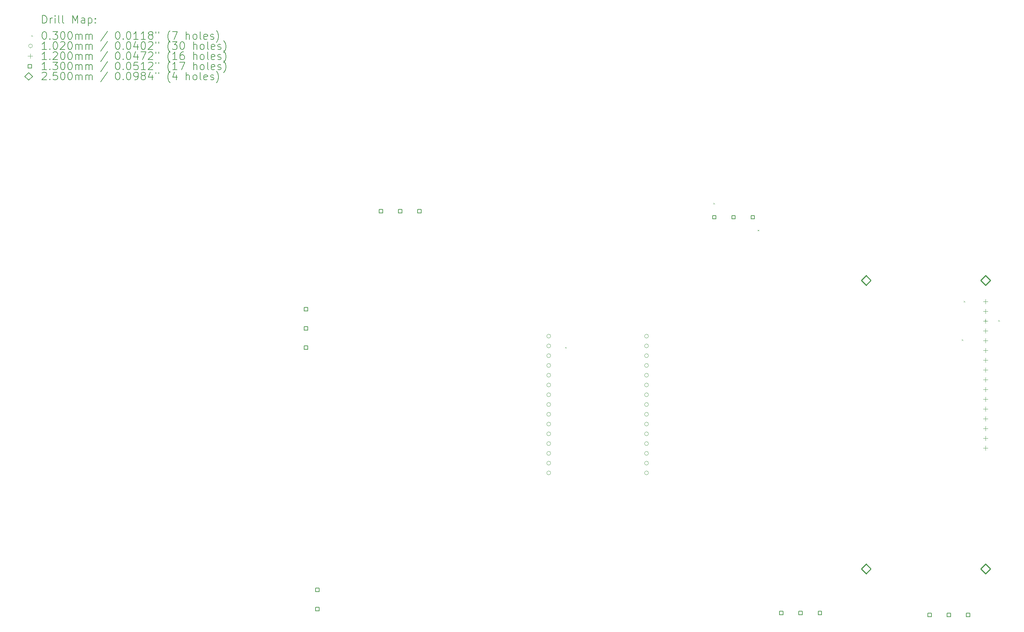
<source format=gbr>
%TF.GenerationSoftware,KiCad,Pcbnew,8.0.2*%
%TF.CreationDate,2024-05-10T22:18:35+03:00*%
%TF.ProjectId,PCB,5043422e-6b69-4636-9164-5f7063625858,rev?*%
%TF.SameCoordinates,Original*%
%TF.FileFunction,Drillmap*%
%TF.FilePolarity,Positive*%
%FSLAX45Y45*%
G04 Gerber Fmt 4.5, Leading zero omitted, Abs format (unit mm)*
G04 Created by KiCad (PCBNEW 8.0.2) date 2024-05-10 22:18:35*
%MOMM*%
%LPD*%
G01*
G04 APERTURE LIST*
%ADD10C,0.200000*%
%ADD11C,0.100000*%
%ADD12C,0.102000*%
%ADD13C,0.120000*%
%ADD14C,0.130000*%
%ADD15C,0.250000*%
G04 APERTURE END LIST*
D10*
D11*
X13835000Y-8735000D02*
X13865000Y-8765000D01*
X13865000Y-8735000D02*
X13835000Y-8765000D01*
X17685000Y-4985000D02*
X17715000Y-5015000D01*
X17715000Y-4985000D02*
X17685000Y-5015000D01*
X18835000Y-5685000D02*
X18865000Y-5715000D01*
X18865000Y-5685000D02*
X18835000Y-5715000D01*
X24135000Y-8535000D02*
X24165000Y-8565000D01*
X24165000Y-8535000D02*
X24135000Y-8565000D01*
X24185000Y-7535000D02*
X24215000Y-7565000D01*
X24215000Y-7535000D02*
X24185000Y-7565000D01*
X24735000Y-8035000D02*
X24765000Y-8065000D01*
X24765000Y-8035000D02*
X24735000Y-8065000D01*
X25085000Y-8035000D02*
X25115000Y-8065000D01*
X25115000Y-8035000D02*
X25085000Y-8065000D01*
D12*
X13458000Y-8451000D02*
G75*
G02*
X13356000Y-8451000I-51000J0D01*
G01*
X13356000Y-8451000D02*
G75*
G02*
X13458000Y-8451000I51000J0D01*
G01*
X13458000Y-8705000D02*
G75*
G02*
X13356000Y-8705000I-51000J0D01*
G01*
X13356000Y-8705000D02*
G75*
G02*
X13458000Y-8705000I51000J0D01*
G01*
X13458000Y-8959000D02*
G75*
G02*
X13356000Y-8959000I-51000J0D01*
G01*
X13356000Y-8959000D02*
G75*
G02*
X13458000Y-8959000I51000J0D01*
G01*
X13458000Y-9213000D02*
G75*
G02*
X13356000Y-9213000I-51000J0D01*
G01*
X13356000Y-9213000D02*
G75*
G02*
X13458000Y-9213000I51000J0D01*
G01*
X13458000Y-9467000D02*
G75*
G02*
X13356000Y-9467000I-51000J0D01*
G01*
X13356000Y-9467000D02*
G75*
G02*
X13458000Y-9467000I51000J0D01*
G01*
X13458000Y-9721000D02*
G75*
G02*
X13356000Y-9721000I-51000J0D01*
G01*
X13356000Y-9721000D02*
G75*
G02*
X13458000Y-9721000I51000J0D01*
G01*
X13458000Y-9975000D02*
G75*
G02*
X13356000Y-9975000I-51000J0D01*
G01*
X13356000Y-9975000D02*
G75*
G02*
X13458000Y-9975000I51000J0D01*
G01*
X13458000Y-10229000D02*
G75*
G02*
X13356000Y-10229000I-51000J0D01*
G01*
X13356000Y-10229000D02*
G75*
G02*
X13458000Y-10229000I51000J0D01*
G01*
X13458000Y-10483000D02*
G75*
G02*
X13356000Y-10483000I-51000J0D01*
G01*
X13356000Y-10483000D02*
G75*
G02*
X13458000Y-10483000I51000J0D01*
G01*
X13458000Y-10737000D02*
G75*
G02*
X13356000Y-10737000I-51000J0D01*
G01*
X13356000Y-10737000D02*
G75*
G02*
X13458000Y-10737000I51000J0D01*
G01*
X13458000Y-10991000D02*
G75*
G02*
X13356000Y-10991000I-51000J0D01*
G01*
X13356000Y-10991000D02*
G75*
G02*
X13458000Y-10991000I51000J0D01*
G01*
X13458000Y-11245000D02*
G75*
G02*
X13356000Y-11245000I-51000J0D01*
G01*
X13356000Y-11245000D02*
G75*
G02*
X13458000Y-11245000I51000J0D01*
G01*
X13458000Y-11499000D02*
G75*
G02*
X13356000Y-11499000I-51000J0D01*
G01*
X13356000Y-11499000D02*
G75*
G02*
X13458000Y-11499000I51000J0D01*
G01*
X13458000Y-11753000D02*
G75*
G02*
X13356000Y-11753000I-51000J0D01*
G01*
X13356000Y-11753000D02*
G75*
G02*
X13458000Y-11753000I51000J0D01*
G01*
X13458000Y-12007000D02*
G75*
G02*
X13356000Y-12007000I-51000J0D01*
G01*
X13356000Y-12007000D02*
G75*
G02*
X13458000Y-12007000I51000J0D01*
G01*
X15998000Y-8451000D02*
G75*
G02*
X15896000Y-8451000I-51000J0D01*
G01*
X15896000Y-8451000D02*
G75*
G02*
X15998000Y-8451000I51000J0D01*
G01*
X15998000Y-8705000D02*
G75*
G02*
X15896000Y-8705000I-51000J0D01*
G01*
X15896000Y-8705000D02*
G75*
G02*
X15998000Y-8705000I51000J0D01*
G01*
X15998000Y-8959000D02*
G75*
G02*
X15896000Y-8959000I-51000J0D01*
G01*
X15896000Y-8959000D02*
G75*
G02*
X15998000Y-8959000I51000J0D01*
G01*
X15998000Y-9213000D02*
G75*
G02*
X15896000Y-9213000I-51000J0D01*
G01*
X15896000Y-9213000D02*
G75*
G02*
X15998000Y-9213000I51000J0D01*
G01*
X15998000Y-9467000D02*
G75*
G02*
X15896000Y-9467000I-51000J0D01*
G01*
X15896000Y-9467000D02*
G75*
G02*
X15998000Y-9467000I51000J0D01*
G01*
X15998000Y-9721000D02*
G75*
G02*
X15896000Y-9721000I-51000J0D01*
G01*
X15896000Y-9721000D02*
G75*
G02*
X15998000Y-9721000I51000J0D01*
G01*
X15998000Y-9975000D02*
G75*
G02*
X15896000Y-9975000I-51000J0D01*
G01*
X15896000Y-9975000D02*
G75*
G02*
X15998000Y-9975000I51000J0D01*
G01*
X15998000Y-10229000D02*
G75*
G02*
X15896000Y-10229000I-51000J0D01*
G01*
X15896000Y-10229000D02*
G75*
G02*
X15998000Y-10229000I51000J0D01*
G01*
X15998000Y-10483000D02*
G75*
G02*
X15896000Y-10483000I-51000J0D01*
G01*
X15896000Y-10483000D02*
G75*
G02*
X15998000Y-10483000I51000J0D01*
G01*
X15998000Y-10737000D02*
G75*
G02*
X15896000Y-10737000I-51000J0D01*
G01*
X15896000Y-10737000D02*
G75*
G02*
X15998000Y-10737000I51000J0D01*
G01*
X15998000Y-10991000D02*
G75*
G02*
X15896000Y-10991000I-51000J0D01*
G01*
X15896000Y-10991000D02*
G75*
G02*
X15998000Y-10991000I51000J0D01*
G01*
X15998000Y-11245000D02*
G75*
G02*
X15896000Y-11245000I-51000J0D01*
G01*
X15896000Y-11245000D02*
G75*
G02*
X15998000Y-11245000I51000J0D01*
G01*
X15998000Y-11499000D02*
G75*
G02*
X15896000Y-11499000I-51000J0D01*
G01*
X15896000Y-11499000D02*
G75*
G02*
X15998000Y-11499000I51000J0D01*
G01*
X15998000Y-11753000D02*
G75*
G02*
X15896000Y-11753000I-51000J0D01*
G01*
X15896000Y-11753000D02*
G75*
G02*
X15998000Y-11753000I51000J0D01*
G01*
X15998000Y-12007000D02*
G75*
G02*
X15896000Y-12007000I-51000J0D01*
G01*
X15896000Y-12007000D02*
G75*
G02*
X15998000Y-12007000I51000J0D01*
G01*
D13*
X24750000Y-7489910D02*
X24750000Y-7609910D01*
X24690000Y-7549910D02*
X24810000Y-7549910D01*
X24750000Y-7743910D02*
X24750000Y-7863910D01*
X24690000Y-7803910D02*
X24810000Y-7803910D01*
X24750000Y-7997910D02*
X24750000Y-8117910D01*
X24690000Y-8057910D02*
X24810000Y-8057910D01*
X24750000Y-8251910D02*
X24750000Y-8371910D01*
X24690000Y-8311910D02*
X24810000Y-8311910D01*
X24750000Y-8505910D02*
X24750000Y-8625910D01*
X24690000Y-8565910D02*
X24810000Y-8565910D01*
X24750000Y-8759910D02*
X24750000Y-8879910D01*
X24690000Y-8819910D02*
X24810000Y-8819910D01*
X24750000Y-9013910D02*
X24750000Y-9133910D01*
X24690000Y-9073910D02*
X24810000Y-9073910D01*
X24750000Y-9267910D02*
X24750000Y-9387910D01*
X24690000Y-9327910D02*
X24810000Y-9327910D01*
X24750000Y-9521910D02*
X24750000Y-9641910D01*
X24690000Y-9581910D02*
X24810000Y-9581910D01*
X24750000Y-9775910D02*
X24750000Y-9895910D01*
X24690000Y-9835910D02*
X24810000Y-9835910D01*
X24750000Y-10029910D02*
X24750000Y-10149910D01*
X24690000Y-10089910D02*
X24810000Y-10089910D01*
X24750000Y-10283910D02*
X24750000Y-10403910D01*
X24690000Y-10343910D02*
X24810000Y-10343910D01*
X24750000Y-10537910D02*
X24750000Y-10657910D01*
X24690000Y-10597910D02*
X24810000Y-10597910D01*
X24750000Y-10791910D02*
X24750000Y-10911910D01*
X24690000Y-10851910D02*
X24810000Y-10851910D01*
X24750000Y-11045910D02*
X24750000Y-11165910D01*
X24690000Y-11105910D02*
X24810000Y-11105910D01*
X24750000Y-11299910D02*
X24750000Y-11419910D01*
X24690000Y-11359910D02*
X24810000Y-11359910D01*
D14*
X7145962Y-7795962D02*
X7145962Y-7704038D01*
X7054038Y-7704038D01*
X7054038Y-7795962D01*
X7145962Y-7795962D01*
X7145962Y-8295962D02*
X7145962Y-8204038D01*
X7054038Y-8204038D01*
X7054038Y-8295962D01*
X7145962Y-8295962D01*
X7145962Y-8795962D02*
X7145962Y-8704038D01*
X7054038Y-8704038D01*
X7054038Y-8795962D01*
X7145962Y-8795962D01*
X7445962Y-15095962D02*
X7445962Y-15004038D01*
X7354038Y-15004038D01*
X7354038Y-15095962D01*
X7445962Y-15095962D01*
X7445962Y-15595962D02*
X7445962Y-15504038D01*
X7354038Y-15504038D01*
X7354038Y-15595962D01*
X7445962Y-15595962D01*
X9095962Y-5245962D02*
X9095962Y-5154038D01*
X9004038Y-5154038D01*
X9004038Y-5245962D01*
X9095962Y-5245962D01*
X9595962Y-5245962D02*
X9595962Y-5154038D01*
X9504038Y-5154038D01*
X9504038Y-5245962D01*
X9595962Y-5245962D01*
X10095962Y-5245962D02*
X10095962Y-5154038D01*
X10004038Y-5154038D01*
X10004038Y-5245962D01*
X10095962Y-5245962D01*
X17752712Y-5402712D02*
X17752712Y-5310788D01*
X17660788Y-5310788D01*
X17660788Y-5402712D01*
X17752712Y-5402712D01*
X18252712Y-5402712D02*
X18252712Y-5310788D01*
X18160788Y-5310788D01*
X18160788Y-5402712D01*
X18252712Y-5402712D01*
X18752712Y-5402712D02*
X18752712Y-5310788D01*
X18660788Y-5310788D01*
X18660788Y-5402712D01*
X18752712Y-5402712D01*
X19495962Y-15695962D02*
X19495962Y-15604038D01*
X19404038Y-15604038D01*
X19404038Y-15695962D01*
X19495962Y-15695962D01*
X19995962Y-15695962D02*
X19995962Y-15604038D01*
X19904038Y-15604038D01*
X19904038Y-15695962D01*
X19995962Y-15695962D01*
X20495962Y-15695962D02*
X20495962Y-15604038D01*
X20404038Y-15604038D01*
X20404038Y-15695962D01*
X20495962Y-15695962D01*
X23345962Y-15745962D02*
X23345962Y-15654038D01*
X23254038Y-15654038D01*
X23254038Y-15745962D01*
X23345962Y-15745962D01*
X23845962Y-15745962D02*
X23845962Y-15654038D01*
X23754038Y-15654038D01*
X23754038Y-15745962D01*
X23845962Y-15745962D01*
X24345962Y-15745962D02*
X24345962Y-15654038D01*
X24254038Y-15654038D01*
X24254038Y-15745962D01*
X24345962Y-15745962D01*
D15*
X21649930Y-7125000D02*
X21774930Y-7000000D01*
X21649930Y-6875000D01*
X21524930Y-7000000D01*
X21649930Y-7125000D01*
X21649930Y-14624858D02*
X21774930Y-14499858D01*
X21649930Y-14374858D01*
X21524930Y-14499858D01*
X21649930Y-14624858D01*
X24750000Y-7125000D02*
X24875000Y-7000000D01*
X24750000Y-6875000D01*
X24625000Y-7000000D01*
X24750000Y-7125000D01*
X24750000Y-14624910D02*
X24875000Y-14499910D01*
X24750000Y-14374910D01*
X24625000Y-14499910D01*
X24750000Y-14624910D01*
D10*
X260777Y-311484D02*
X260777Y-111484D01*
X260777Y-111484D02*
X308396Y-111484D01*
X308396Y-111484D02*
X336967Y-121008D01*
X336967Y-121008D02*
X356015Y-140055D01*
X356015Y-140055D02*
X365539Y-159103D01*
X365539Y-159103D02*
X375062Y-197198D01*
X375062Y-197198D02*
X375062Y-225769D01*
X375062Y-225769D02*
X365539Y-263865D01*
X365539Y-263865D02*
X356015Y-282912D01*
X356015Y-282912D02*
X336967Y-301960D01*
X336967Y-301960D02*
X308396Y-311484D01*
X308396Y-311484D02*
X260777Y-311484D01*
X460777Y-311484D02*
X460777Y-178150D01*
X460777Y-216246D02*
X470301Y-197198D01*
X470301Y-197198D02*
X479824Y-187674D01*
X479824Y-187674D02*
X498872Y-178150D01*
X498872Y-178150D02*
X517920Y-178150D01*
X584586Y-311484D02*
X584586Y-178150D01*
X584586Y-111484D02*
X575063Y-121008D01*
X575063Y-121008D02*
X584586Y-130531D01*
X584586Y-130531D02*
X594110Y-121008D01*
X594110Y-121008D02*
X584586Y-111484D01*
X584586Y-111484D02*
X584586Y-130531D01*
X708396Y-311484D02*
X689348Y-301960D01*
X689348Y-301960D02*
X679824Y-282912D01*
X679824Y-282912D02*
X679824Y-111484D01*
X813158Y-311484D02*
X794110Y-301960D01*
X794110Y-301960D02*
X784586Y-282912D01*
X784586Y-282912D02*
X784586Y-111484D01*
X1041729Y-311484D02*
X1041729Y-111484D01*
X1041729Y-111484D02*
X1108396Y-254341D01*
X1108396Y-254341D02*
X1175063Y-111484D01*
X1175063Y-111484D02*
X1175063Y-311484D01*
X1356015Y-311484D02*
X1356015Y-206722D01*
X1356015Y-206722D02*
X1346491Y-187674D01*
X1346491Y-187674D02*
X1327444Y-178150D01*
X1327444Y-178150D02*
X1289348Y-178150D01*
X1289348Y-178150D02*
X1270301Y-187674D01*
X1356015Y-301960D02*
X1336967Y-311484D01*
X1336967Y-311484D02*
X1289348Y-311484D01*
X1289348Y-311484D02*
X1270301Y-301960D01*
X1270301Y-301960D02*
X1260777Y-282912D01*
X1260777Y-282912D02*
X1260777Y-263865D01*
X1260777Y-263865D02*
X1270301Y-244817D01*
X1270301Y-244817D02*
X1289348Y-235293D01*
X1289348Y-235293D02*
X1336967Y-235293D01*
X1336967Y-235293D02*
X1356015Y-225769D01*
X1451253Y-178150D02*
X1451253Y-378150D01*
X1451253Y-187674D02*
X1470301Y-178150D01*
X1470301Y-178150D02*
X1508396Y-178150D01*
X1508396Y-178150D02*
X1527443Y-187674D01*
X1527443Y-187674D02*
X1536967Y-197198D01*
X1536967Y-197198D02*
X1546491Y-216246D01*
X1546491Y-216246D02*
X1546491Y-273389D01*
X1546491Y-273389D02*
X1536967Y-292436D01*
X1536967Y-292436D02*
X1527443Y-301960D01*
X1527443Y-301960D02*
X1508396Y-311484D01*
X1508396Y-311484D02*
X1470301Y-311484D01*
X1470301Y-311484D02*
X1451253Y-301960D01*
X1632205Y-292436D02*
X1641729Y-301960D01*
X1641729Y-301960D02*
X1632205Y-311484D01*
X1632205Y-311484D02*
X1622682Y-301960D01*
X1622682Y-301960D02*
X1632205Y-292436D01*
X1632205Y-292436D02*
X1632205Y-311484D01*
X1632205Y-187674D02*
X1641729Y-197198D01*
X1641729Y-197198D02*
X1632205Y-206722D01*
X1632205Y-206722D02*
X1622682Y-197198D01*
X1622682Y-197198D02*
X1632205Y-187674D01*
X1632205Y-187674D02*
X1632205Y-206722D01*
D11*
X-30000Y-625000D02*
X0Y-655000D01*
X0Y-625000D02*
X-30000Y-655000D01*
D10*
X298872Y-531484D02*
X317920Y-531484D01*
X317920Y-531484D02*
X336967Y-541008D01*
X336967Y-541008D02*
X346491Y-550531D01*
X346491Y-550531D02*
X356015Y-569579D01*
X356015Y-569579D02*
X365539Y-607674D01*
X365539Y-607674D02*
X365539Y-655293D01*
X365539Y-655293D02*
X356015Y-693389D01*
X356015Y-693389D02*
X346491Y-712436D01*
X346491Y-712436D02*
X336967Y-721960D01*
X336967Y-721960D02*
X317920Y-731484D01*
X317920Y-731484D02*
X298872Y-731484D01*
X298872Y-731484D02*
X279824Y-721960D01*
X279824Y-721960D02*
X270301Y-712436D01*
X270301Y-712436D02*
X260777Y-693389D01*
X260777Y-693389D02*
X251253Y-655293D01*
X251253Y-655293D02*
X251253Y-607674D01*
X251253Y-607674D02*
X260777Y-569579D01*
X260777Y-569579D02*
X270301Y-550531D01*
X270301Y-550531D02*
X279824Y-541008D01*
X279824Y-541008D02*
X298872Y-531484D01*
X451253Y-712436D02*
X460777Y-721960D01*
X460777Y-721960D02*
X451253Y-731484D01*
X451253Y-731484D02*
X441729Y-721960D01*
X441729Y-721960D02*
X451253Y-712436D01*
X451253Y-712436D02*
X451253Y-731484D01*
X527444Y-531484D02*
X651253Y-531484D01*
X651253Y-531484D02*
X584586Y-607674D01*
X584586Y-607674D02*
X613158Y-607674D01*
X613158Y-607674D02*
X632205Y-617198D01*
X632205Y-617198D02*
X641729Y-626722D01*
X641729Y-626722D02*
X651253Y-645770D01*
X651253Y-645770D02*
X651253Y-693389D01*
X651253Y-693389D02*
X641729Y-712436D01*
X641729Y-712436D02*
X632205Y-721960D01*
X632205Y-721960D02*
X613158Y-731484D01*
X613158Y-731484D02*
X556015Y-731484D01*
X556015Y-731484D02*
X536967Y-721960D01*
X536967Y-721960D02*
X527444Y-712436D01*
X775062Y-531484D02*
X794110Y-531484D01*
X794110Y-531484D02*
X813158Y-541008D01*
X813158Y-541008D02*
X822682Y-550531D01*
X822682Y-550531D02*
X832205Y-569579D01*
X832205Y-569579D02*
X841729Y-607674D01*
X841729Y-607674D02*
X841729Y-655293D01*
X841729Y-655293D02*
X832205Y-693389D01*
X832205Y-693389D02*
X822682Y-712436D01*
X822682Y-712436D02*
X813158Y-721960D01*
X813158Y-721960D02*
X794110Y-731484D01*
X794110Y-731484D02*
X775062Y-731484D01*
X775062Y-731484D02*
X756015Y-721960D01*
X756015Y-721960D02*
X746491Y-712436D01*
X746491Y-712436D02*
X736967Y-693389D01*
X736967Y-693389D02*
X727443Y-655293D01*
X727443Y-655293D02*
X727443Y-607674D01*
X727443Y-607674D02*
X736967Y-569579D01*
X736967Y-569579D02*
X746491Y-550531D01*
X746491Y-550531D02*
X756015Y-541008D01*
X756015Y-541008D02*
X775062Y-531484D01*
X965539Y-531484D02*
X984586Y-531484D01*
X984586Y-531484D02*
X1003634Y-541008D01*
X1003634Y-541008D02*
X1013158Y-550531D01*
X1013158Y-550531D02*
X1022682Y-569579D01*
X1022682Y-569579D02*
X1032205Y-607674D01*
X1032205Y-607674D02*
X1032205Y-655293D01*
X1032205Y-655293D02*
X1022682Y-693389D01*
X1022682Y-693389D02*
X1013158Y-712436D01*
X1013158Y-712436D02*
X1003634Y-721960D01*
X1003634Y-721960D02*
X984586Y-731484D01*
X984586Y-731484D02*
X965539Y-731484D01*
X965539Y-731484D02*
X946491Y-721960D01*
X946491Y-721960D02*
X936967Y-712436D01*
X936967Y-712436D02*
X927443Y-693389D01*
X927443Y-693389D02*
X917920Y-655293D01*
X917920Y-655293D02*
X917920Y-607674D01*
X917920Y-607674D02*
X927443Y-569579D01*
X927443Y-569579D02*
X936967Y-550531D01*
X936967Y-550531D02*
X946491Y-541008D01*
X946491Y-541008D02*
X965539Y-531484D01*
X1117920Y-731484D02*
X1117920Y-598150D01*
X1117920Y-617198D02*
X1127444Y-607674D01*
X1127444Y-607674D02*
X1146491Y-598150D01*
X1146491Y-598150D02*
X1175063Y-598150D01*
X1175063Y-598150D02*
X1194110Y-607674D01*
X1194110Y-607674D02*
X1203634Y-626722D01*
X1203634Y-626722D02*
X1203634Y-731484D01*
X1203634Y-626722D02*
X1213158Y-607674D01*
X1213158Y-607674D02*
X1232205Y-598150D01*
X1232205Y-598150D02*
X1260777Y-598150D01*
X1260777Y-598150D02*
X1279825Y-607674D01*
X1279825Y-607674D02*
X1289348Y-626722D01*
X1289348Y-626722D02*
X1289348Y-731484D01*
X1384586Y-731484D02*
X1384586Y-598150D01*
X1384586Y-617198D02*
X1394110Y-607674D01*
X1394110Y-607674D02*
X1413158Y-598150D01*
X1413158Y-598150D02*
X1441729Y-598150D01*
X1441729Y-598150D02*
X1460777Y-607674D01*
X1460777Y-607674D02*
X1470301Y-626722D01*
X1470301Y-626722D02*
X1470301Y-731484D01*
X1470301Y-626722D02*
X1479824Y-607674D01*
X1479824Y-607674D02*
X1498872Y-598150D01*
X1498872Y-598150D02*
X1527443Y-598150D01*
X1527443Y-598150D02*
X1546491Y-607674D01*
X1546491Y-607674D02*
X1556015Y-626722D01*
X1556015Y-626722D02*
X1556015Y-731484D01*
X1946491Y-521960D02*
X1775063Y-779103D01*
X2203634Y-531484D02*
X2222682Y-531484D01*
X2222682Y-531484D02*
X2241729Y-541008D01*
X2241729Y-541008D02*
X2251253Y-550531D01*
X2251253Y-550531D02*
X2260777Y-569579D01*
X2260777Y-569579D02*
X2270301Y-607674D01*
X2270301Y-607674D02*
X2270301Y-655293D01*
X2270301Y-655293D02*
X2260777Y-693389D01*
X2260777Y-693389D02*
X2251253Y-712436D01*
X2251253Y-712436D02*
X2241729Y-721960D01*
X2241729Y-721960D02*
X2222682Y-731484D01*
X2222682Y-731484D02*
X2203634Y-731484D01*
X2203634Y-731484D02*
X2184587Y-721960D01*
X2184587Y-721960D02*
X2175063Y-712436D01*
X2175063Y-712436D02*
X2165539Y-693389D01*
X2165539Y-693389D02*
X2156015Y-655293D01*
X2156015Y-655293D02*
X2156015Y-607674D01*
X2156015Y-607674D02*
X2165539Y-569579D01*
X2165539Y-569579D02*
X2175063Y-550531D01*
X2175063Y-550531D02*
X2184587Y-541008D01*
X2184587Y-541008D02*
X2203634Y-531484D01*
X2356015Y-712436D02*
X2365539Y-721960D01*
X2365539Y-721960D02*
X2356015Y-731484D01*
X2356015Y-731484D02*
X2346491Y-721960D01*
X2346491Y-721960D02*
X2356015Y-712436D01*
X2356015Y-712436D02*
X2356015Y-731484D01*
X2489348Y-531484D02*
X2508396Y-531484D01*
X2508396Y-531484D02*
X2527444Y-541008D01*
X2527444Y-541008D02*
X2536968Y-550531D01*
X2536968Y-550531D02*
X2546491Y-569579D01*
X2546491Y-569579D02*
X2556015Y-607674D01*
X2556015Y-607674D02*
X2556015Y-655293D01*
X2556015Y-655293D02*
X2546491Y-693389D01*
X2546491Y-693389D02*
X2536968Y-712436D01*
X2536968Y-712436D02*
X2527444Y-721960D01*
X2527444Y-721960D02*
X2508396Y-731484D01*
X2508396Y-731484D02*
X2489348Y-731484D01*
X2489348Y-731484D02*
X2470301Y-721960D01*
X2470301Y-721960D02*
X2460777Y-712436D01*
X2460777Y-712436D02*
X2451253Y-693389D01*
X2451253Y-693389D02*
X2441729Y-655293D01*
X2441729Y-655293D02*
X2441729Y-607674D01*
X2441729Y-607674D02*
X2451253Y-569579D01*
X2451253Y-569579D02*
X2460777Y-550531D01*
X2460777Y-550531D02*
X2470301Y-541008D01*
X2470301Y-541008D02*
X2489348Y-531484D01*
X2746491Y-731484D02*
X2632206Y-731484D01*
X2689348Y-731484D02*
X2689348Y-531484D01*
X2689348Y-531484D02*
X2670301Y-560055D01*
X2670301Y-560055D02*
X2651253Y-579103D01*
X2651253Y-579103D02*
X2632206Y-588627D01*
X2936967Y-731484D02*
X2822682Y-731484D01*
X2879825Y-731484D02*
X2879825Y-531484D01*
X2879825Y-531484D02*
X2860777Y-560055D01*
X2860777Y-560055D02*
X2841729Y-579103D01*
X2841729Y-579103D02*
X2822682Y-588627D01*
X3051253Y-617198D02*
X3032206Y-607674D01*
X3032206Y-607674D02*
X3022682Y-598150D01*
X3022682Y-598150D02*
X3013158Y-579103D01*
X3013158Y-579103D02*
X3013158Y-569579D01*
X3013158Y-569579D02*
X3022682Y-550531D01*
X3022682Y-550531D02*
X3032206Y-541008D01*
X3032206Y-541008D02*
X3051253Y-531484D01*
X3051253Y-531484D02*
X3089348Y-531484D01*
X3089348Y-531484D02*
X3108396Y-541008D01*
X3108396Y-541008D02*
X3117920Y-550531D01*
X3117920Y-550531D02*
X3127444Y-569579D01*
X3127444Y-569579D02*
X3127444Y-579103D01*
X3127444Y-579103D02*
X3117920Y-598150D01*
X3117920Y-598150D02*
X3108396Y-607674D01*
X3108396Y-607674D02*
X3089348Y-617198D01*
X3089348Y-617198D02*
X3051253Y-617198D01*
X3051253Y-617198D02*
X3032206Y-626722D01*
X3032206Y-626722D02*
X3022682Y-636246D01*
X3022682Y-636246D02*
X3013158Y-655293D01*
X3013158Y-655293D02*
X3013158Y-693389D01*
X3013158Y-693389D02*
X3022682Y-712436D01*
X3022682Y-712436D02*
X3032206Y-721960D01*
X3032206Y-721960D02*
X3051253Y-731484D01*
X3051253Y-731484D02*
X3089348Y-731484D01*
X3089348Y-731484D02*
X3108396Y-721960D01*
X3108396Y-721960D02*
X3117920Y-712436D01*
X3117920Y-712436D02*
X3127444Y-693389D01*
X3127444Y-693389D02*
X3127444Y-655293D01*
X3127444Y-655293D02*
X3117920Y-636246D01*
X3117920Y-636246D02*
X3108396Y-626722D01*
X3108396Y-626722D02*
X3089348Y-617198D01*
X3203634Y-531484D02*
X3203634Y-569579D01*
X3279825Y-531484D02*
X3279825Y-569579D01*
X3575063Y-807674D02*
X3565539Y-798150D01*
X3565539Y-798150D02*
X3546491Y-769579D01*
X3546491Y-769579D02*
X3536968Y-750531D01*
X3536968Y-750531D02*
X3527444Y-721960D01*
X3527444Y-721960D02*
X3517920Y-674341D01*
X3517920Y-674341D02*
X3517920Y-636246D01*
X3517920Y-636246D02*
X3527444Y-588627D01*
X3527444Y-588627D02*
X3536968Y-560055D01*
X3536968Y-560055D02*
X3546491Y-541008D01*
X3546491Y-541008D02*
X3565539Y-512436D01*
X3565539Y-512436D02*
X3575063Y-502912D01*
X3632206Y-531484D02*
X3765539Y-531484D01*
X3765539Y-531484D02*
X3679825Y-731484D01*
X3994110Y-731484D02*
X3994110Y-531484D01*
X4079825Y-731484D02*
X4079825Y-626722D01*
X4079825Y-626722D02*
X4070301Y-607674D01*
X4070301Y-607674D02*
X4051253Y-598150D01*
X4051253Y-598150D02*
X4022682Y-598150D01*
X4022682Y-598150D02*
X4003634Y-607674D01*
X4003634Y-607674D02*
X3994110Y-617198D01*
X4203634Y-731484D02*
X4184587Y-721960D01*
X4184587Y-721960D02*
X4175063Y-712436D01*
X4175063Y-712436D02*
X4165539Y-693389D01*
X4165539Y-693389D02*
X4165539Y-636246D01*
X4165539Y-636246D02*
X4175063Y-617198D01*
X4175063Y-617198D02*
X4184587Y-607674D01*
X4184587Y-607674D02*
X4203634Y-598150D01*
X4203634Y-598150D02*
X4232206Y-598150D01*
X4232206Y-598150D02*
X4251253Y-607674D01*
X4251253Y-607674D02*
X4260777Y-617198D01*
X4260777Y-617198D02*
X4270301Y-636246D01*
X4270301Y-636246D02*
X4270301Y-693389D01*
X4270301Y-693389D02*
X4260777Y-712436D01*
X4260777Y-712436D02*
X4251253Y-721960D01*
X4251253Y-721960D02*
X4232206Y-731484D01*
X4232206Y-731484D02*
X4203634Y-731484D01*
X4384587Y-731484D02*
X4365539Y-721960D01*
X4365539Y-721960D02*
X4356015Y-702912D01*
X4356015Y-702912D02*
X4356015Y-531484D01*
X4536968Y-721960D02*
X4517920Y-731484D01*
X4517920Y-731484D02*
X4479825Y-731484D01*
X4479825Y-731484D02*
X4460777Y-721960D01*
X4460777Y-721960D02*
X4451253Y-702912D01*
X4451253Y-702912D02*
X4451253Y-626722D01*
X4451253Y-626722D02*
X4460777Y-607674D01*
X4460777Y-607674D02*
X4479825Y-598150D01*
X4479825Y-598150D02*
X4517920Y-598150D01*
X4517920Y-598150D02*
X4536968Y-607674D01*
X4536968Y-607674D02*
X4546492Y-626722D01*
X4546492Y-626722D02*
X4546492Y-645770D01*
X4546492Y-645770D02*
X4451253Y-664817D01*
X4622682Y-721960D02*
X4641730Y-731484D01*
X4641730Y-731484D02*
X4679825Y-731484D01*
X4679825Y-731484D02*
X4698873Y-721960D01*
X4698873Y-721960D02*
X4708396Y-702912D01*
X4708396Y-702912D02*
X4708396Y-693389D01*
X4708396Y-693389D02*
X4698873Y-674341D01*
X4698873Y-674341D02*
X4679825Y-664817D01*
X4679825Y-664817D02*
X4651253Y-664817D01*
X4651253Y-664817D02*
X4632206Y-655293D01*
X4632206Y-655293D02*
X4622682Y-636246D01*
X4622682Y-636246D02*
X4622682Y-626722D01*
X4622682Y-626722D02*
X4632206Y-607674D01*
X4632206Y-607674D02*
X4651253Y-598150D01*
X4651253Y-598150D02*
X4679825Y-598150D01*
X4679825Y-598150D02*
X4698873Y-607674D01*
X4775063Y-807674D02*
X4784587Y-798150D01*
X4784587Y-798150D02*
X4803634Y-769579D01*
X4803634Y-769579D02*
X4813158Y-750531D01*
X4813158Y-750531D02*
X4822682Y-721960D01*
X4822682Y-721960D02*
X4832206Y-674341D01*
X4832206Y-674341D02*
X4832206Y-636246D01*
X4832206Y-636246D02*
X4822682Y-588627D01*
X4822682Y-588627D02*
X4813158Y-560055D01*
X4813158Y-560055D02*
X4803634Y-541008D01*
X4803634Y-541008D02*
X4784587Y-512436D01*
X4784587Y-512436D02*
X4775063Y-502912D01*
D12*
X0Y-904000D02*
G75*
G02*
X-102000Y-904000I-51000J0D01*
G01*
X-102000Y-904000D02*
G75*
G02*
X0Y-904000I51000J0D01*
G01*
D10*
X365539Y-995484D02*
X251253Y-995484D01*
X308396Y-995484D02*
X308396Y-795484D01*
X308396Y-795484D02*
X289348Y-824055D01*
X289348Y-824055D02*
X270301Y-843103D01*
X270301Y-843103D02*
X251253Y-852627D01*
X451253Y-976436D02*
X460777Y-985960D01*
X460777Y-985960D02*
X451253Y-995484D01*
X451253Y-995484D02*
X441729Y-985960D01*
X441729Y-985960D02*
X451253Y-976436D01*
X451253Y-976436D02*
X451253Y-995484D01*
X584586Y-795484D02*
X603634Y-795484D01*
X603634Y-795484D02*
X622682Y-805008D01*
X622682Y-805008D02*
X632205Y-814531D01*
X632205Y-814531D02*
X641729Y-833579D01*
X641729Y-833579D02*
X651253Y-871674D01*
X651253Y-871674D02*
X651253Y-919293D01*
X651253Y-919293D02*
X641729Y-957388D01*
X641729Y-957388D02*
X632205Y-976436D01*
X632205Y-976436D02*
X622682Y-985960D01*
X622682Y-985960D02*
X603634Y-995484D01*
X603634Y-995484D02*
X584586Y-995484D01*
X584586Y-995484D02*
X565539Y-985960D01*
X565539Y-985960D02*
X556015Y-976436D01*
X556015Y-976436D02*
X546491Y-957388D01*
X546491Y-957388D02*
X536967Y-919293D01*
X536967Y-919293D02*
X536967Y-871674D01*
X536967Y-871674D02*
X546491Y-833579D01*
X546491Y-833579D02*
X556015Y-814531D01*
X556015Y-814531D02*
X565539Y-805008D01*
X565539Y-805008D02*
X584586Y-795484D01*
X727443Y-814531D02*
X736967Y-805008D01*
X736967Y-805008D02*
X756015Y-795484D01*
X756015Y-795484D02*
X803634Y-795484D01*
X803634Y-795484D02*
X822682Y-805008D01*
X822682Y-805008D02*
X832205Y-814531D01*
X832205Y-814531D02*
X841729Y-833579D01*
X841729Y-833579D02*
X841729Y-852627D01*
X841729Y-852627D02*
X832205Y-881198D01*
X832205Y-881198D02*
X717920Y-995484D01*
X717920Y-995484D02*
X841729Y-995484D01*
X965539Y-795484D02*
X984586Y-795484D01*
X984586Y-795484D02*
X1003634Y-805008D01*
X1003634Y-805008D02*
X1013158Y-814531D01*
X1013158Y-814531D02*
X1022682Y-833579D01*
X1022682Y-833579D02*
X1032205Y-871674D01*
X1032205Y-871674D02*
X1032205Y-919293D01*
X1032205Y-919293D02*
X1022682Y-957388D01*
X1022682Y-957388D02*
X1013158Y-976436D01*
X1013158Y-976436D02*
X1003634Y-985960D01*
X1003634Y-985960D02*
X984586Y-995484D01*
X984586Y-995484D02*
X965539Y-995484D01*
X965539Y-995484D02*
X946491Y-985960D01*
X946491Y-985960D02*
X936967Y-976436D01*
X936967Y-976436D02*
X927443Y-957388D01*
X927443Y-957388D02*
X917920Y-919293D01*
X917920Y-919293D02*
X917920Y-871674D01*
X917920Y-871674D02*
X927443Y-833579D01*
X927443Y-833579D02*
X936967Y-814531D01*
X936967Y-814531D02*
X946491Y-805008D01*
X946491Y-805008D02*
X965539Y-795484D01*
X1117920Y-995484D02*
X1117920Y-862150D01*
X1117920Y-881198D02*
X1127444Y-871674D01*
X1127444Y-871674D02*
X1146491Y-862150D01*
X1146491Y-862150D02*
X1175063Y-862150D01*
X1175063Y-862150D02*
X1194110Y-871674D01*
X1194110Y-871674D02*
X1203634Y-890722D01*
X1203634Y-890722D02*
X1203634Y-995484D01*
X1203634Y-890722D02*
X1213158Y-871674D01*
X1213158Y-871674D02*
X1232205Y-862150D01*
X1232205Y-862150D02*
X1260777Y-862150D01*
X1260777Y-862150D02*
X1279825Y-871674D01*
X1279825Y-871674D02*
X1289348Y-890722D01*
X1289348Y-890722D02*
X1289348Y-995484D01*
X1384586Y-995484D02*
X1384586Y-862150D01*
X1384586Y-881198D02*
X1394110Y-871674D01*
X1394110Y-871674D02*
X1413158Y-862150D01*
X1413158Y-862150D02*
X1441729Y-862150D01*
X1441729Y-862150D02*
X1460777Y-871674D01*
X1460777Y-871674D02*
X1470301Y-890722D01*
X1470301Y-890722D02*
X1470301Y-995484D01*
X1470301Y-890722D02*
X1479824Y-871674D01*
X1479824Y-871674D02*
X1498872Y-862150D01*
X1498872Y-862150D02*
X1527443Y-862150D01*
X1527443Y-862150D02*
X1546491Y-871674D01*
X1546491Y-871674D02*
X1556015Y-890722D01*
X1556015Y-890722D02*
X1556015Y-995484D01*
X1946491Y-785960D02*
X1775063Y-1043103D01*
X2203634Y-795484D02*
X2222682Y-795484D01*
X2222682Y-795484D02*
X2241729Y-805008D01*
X2241729Y-805008D02*
X2251253Y-814531D01*
X2251253Y-814531D02*
X2260777Y-833579D01*
X2260777Y-833579D02*
X2270301Y-871674D01*
X2270301Y-871674D02*
X2270301Y-919293D01*
X2270301Y-919293D02*
X2260777Y-957388D01*
X2260777Y-957388D02*
X2251253Y-976436D01*
X2251253Y-976436D02*
X2241729Y-985960D01*
X2241729Y-985960D02*
X2222682Y-995484D01*
X2222682Y-995484D02*
X2203634Y-995484D01*
X2203634Y-995484D02*
X2184587Y-985960D01*
X2184587Y-985960D02*
X2175063Y-976436D01*
X2175063Y-976436D02*
X2165539Y-957388D01*
X2165539Y-957388D02*
X2156015Y-919293D01*
X2156015Y-919293D02*
X2156015Y-871674D01*
X2156015Y-871674D02*
X2165539Y-833579D01*
X2165539Y-833579D02*
X2175063Y-814531D01*
X2175063Y-814531D02*
X2184587Y-805008D01*
X2184587Y-805008D02*
X2203634Y-795484D01*
X2356015Y-976436D02*
X2365539Y-985960D01*
X2365539Y-985960D02*
X2356015Y-995484D01*
X2356015Y-995484D02*
X2346491Y-985960D01*
X2346491Y-985960D02*
X2356015Y-976436D01*
X2356015Y-976436D02*
X2356015Y-995484D01*
X2489348Y-795484D02*
X2508396Y-795484D01*
X2508396Y-795484D02*
X2527444Y-805008D01*
X2527444Y-805008D02*
X2536968Y-814531D01*
X2536968Y-814531D02*
X2546491Y-833579D01*
X2546491Y-833579D02*
X2556015Y-871674D01*
X2556015Y-871674D02*
X2556015Y-919293D01*
X2556015Y-919293D02*
X2546491Y-957388D01*
X2546491Y-957388D02*
X2536968Y-976436D01*
X2536968Y-976436D02*
X2527444Y-985960D01*
X2527444Y-985960D02*
X2508396Y-995484D01*
X2508396Y-995484D02*
X2489348Y-995484D01*
X2489348Y-995484D02*
X2470301Y-985960D01*
X2470301Y-985960D02*
X2460777Y-976436D01*
X2460777Y-976436D02*
X2451253Y-957388D01*
X2451253Y-957388D02*
X2441729Y-919293D01*
X2441729Y-919293D02*
X2441729Y-871674D01*
X2441729Y-871674D02*
X2451253Y-833579D01*
X2451253Y-833579D02*
X2460777Y-814531D01*
X2460777Y-814531D02*
X2470301Y-805008D01*
X2470301Y-805008D02*
X2489348Y-795484D01*
X2727444Y-862150D02*
X2727444Y-995484D01*
X2679825Y-785960D02*
X2632206Y-928817D01*
X2632206Y-928817D02*
X2756015Y-928817D01*
X2870301Y-795484D02*
X2889348Y-795484D01*
X2889348Y-795484D02*
X2908396Y-805008D01*
X2908396Y-805008D02*
X2917920Y-814531D01*
X2917920Y-814531D02*
X2927444Y-833579D01*
X2927444Y-833579D02*
X2936967Y-871674D01*
X2936967Y-871674D02*
X2936967Y-919293D01*
X2936967Y-919293D02*
X2927444Y-957388D01*
X2927444Y-957388D02*
X2917920Y-976436D01*
X2917920Y-976436D02*
X2908396Y-985960D01*
X2908396Y-985960D02*
X2889348Y-995484D01*
X2889348Y-995484D02*
X2870301Y-995484D01*
X2870301Y-995484D02*
X2851253Y-985960D01*
X2851253Y-985960D02*
X2841729Y-976436D01*
X2841729Y-976436D02*
X2832206Y-957388D01*
X2832206Y-957388D02*
X2822682Y-919293D01*
X2822682Y-919293D02*
X2822682Y-871674D01*
X2822682Y-871674D02*
X2832206Y-833579D01*
X2832206Y-833579D02*
X2841729Y-814531D01*
X2841729Y-814531D02*
X2851253Y-805008D01*
X2851253Y-805008D02*
X2870301Y-795484D01*
X3013158Y-814531D02*
X3022682Y-805008D01*
X3022682Y-805008D02*
X3041729Y-795484D01*
X3041729Y-795484D02*
X3089348Y-795484D01*
X3089348Y-795484D02*
X3108396Y-805008D01*
X3108396Y-805008D02*
X3117920Y-814531D01*
X3117920Y-814531D02*
X3127444Y-833579D01*
X3127444Y-833579D02*
X3127444Y-852627D01*
X3127444Y-852627D02*
X3117920Y-881198D01*
X3117920Y-881198D02*
X3003634Y-995484D01*
X3003634Y-995484D02*
X3127444Y-995484D01*
X3203634Y-795484D02*
X3203634Y-833579D01*
X3279825Y-795484D02*
X3279825Y-833579D01*
X3575063Y-1071674D02*
X3565539Y-1062150D01*
X3565539Y-1062150D02*
X3546491Y-1033579D01*
X3546491Y-1033579D02*
X3536968Y-1014531D01*
X3536968Y-1014531D02*
X3527444Y-985960D01*
X3527444Y-985960D02*
X3517920Y-938341D01*
X3517920Y-938341D02*
X3517920Y-900246D01*
X3517920Y-900246D02*
X3527444Y-852627D01*
X3527444Y-852627D02*
X3536968Y-824055D01*
X3536968Y-824055D02*
X3546491Y-805008D01*
X3546491Y-805008D02*
X3565539Y-776436D01*
X3565539Y-776436D02*
X3575063Y-766912D01*
X3632206Y-795484D02*
X3756015Y-795484D01*
X3756015Y-795484D02*
X3689348Y-871674D01*
X3689348Y-871674D02*
X3717920Y-871674D01*
X3717920Y-871674D02*
X3736968Y-881198D01*
X3736968Y-881198D02*
X3746491Y-890722D01*
X3746491Y-890722D02*
X3756015Y-909769D01*
X3756015Y-909769D02*
X3756015Y-957388D01*
X3756015Y-957388D02*
X3746491Y-976436D01*
X3746491Y-976436D02*
X3736968Y-985960D01*
X3736968Y-985960D02*
X3717920Y-995484D01*
X3717920Y-995484D02*
X3660777Y-995484D01*
X3660777Y-995484D02*
X3641729Y-985960D01*
X3641729Y-985960D02*
X3632206Y-976436D01*
X3879825Y-795484D02*
X3898872Y-795484D01*
X3898872Y-795484D02*
X3917920Y-805008D01*
X3917920Y-805008D02*
X3927444Y-814531D01*
X3927444Y-814531D02*
X3936968Y-833579D01*
X3936968Y-833579D02*
X3946491Y-871674D01*
X3946491Y-871674D02*
X3946491Y-919293D01*
X3946491Y-919293D02*
X3936968Y-957388D01*
X3936968Y-957388D02*
X3927444Y-976436D01*
X3927444Y-976436D02*
X3917920Y-985960D01*
X3917920Y-985960D02*
X3898872Y-995484D01*
X3898872Y-995484D02*
X3879825Y-995484D01*
X3879825Y-995484D02*
X3860777Y-985960D01*
X3860777Y-985960D02*
X3851253Y-976436D01*
X3851253Y-976436D02*
X3841729Y-957388D01*
X3841729Y-957388D02*
X3832206Y-919293D01*
X3832206Y-919293D02*
X3832206Y-871674D01*
X3832206Y-871674D02*
X3841729Y-833579D01*
X3841729Y-833579D02*
X3851253Y-814531D01*
X3851253Y-814531D02*
X3860777Y-805008D01*
X3860777Y-805008D02*
X3879825Y-795484D01*
X4184587Y-995484D02*
X4184587Y-795484D01*
X4270301Y-995484D02*
X4270301Y-890722D01*
X4270301Y-890722D02*
X4260777Y-871674D01*
X4260777Y-871674D02*
X4241730Y-862150D01*
X4241730Y-862150D02*
X4213158Y-862150D01*
X4213158Y-862150D02*
X4194110Y-871674D01*
X4194110Y-871674D02*
X4184587Y-881198D01*
X4394111Y-995484D02*
X4375063Y-985960D01*
X4375063Y-985960D02*
X4365539Y-976436D01*
X4365539Y-976436D02*
X4356015Y-957388D01*
X4356015Y-957388D02*
X4356015Y-900246D01*
X4356015Y-900246D02*
X4365539Y-881198D01*
X4365539Y-881198D02*
X4375063Y-871674D01*
X4375063Y-871674D02*
X4394111Y-862150D01*
X4394111Y-862150D02*
X4422682Y-862150D01*
X4422682Y-862150D02*
X4441730Y-871674D01*
X4441730Y-871674D02*
X4451253Y-881198D01*
X4451253Y-881198D02*
X4460777Y-900246D01*
X4460777Y-900246D02*
X4460777Y-957388D01*
X4460777Y-957388D02*
X4451253Y-976436D01*
X4451253Y-976436D02*
X4441730Y-985960D01*
X4441730Y-985960D02*
X4422682Y-995484D01*
X4422682Y-995484D02*
X4394111Y-995484D01*
X4575063Y-995484D02*
X4556015Y-985960D01*
X4556015Y-985960D02*
X4546492Y-966912D01*
X4546492Y-966912D02*
X4546492Y-795484D01*
X4727444Y-985960D02*
X4708396Y-995484D01*
X4708396Y-995484D02*
X4670301Y-995484D01*
X4670301Y-995484D02*
X4651253Y-985960D01*
X4651253Y-985960D02*
X4641730Y-966912D01*
X4641730Y-966912D02*
X4641730Y-890722D01*
X4641730Y-890722D02*
X4651253Y-871674D01*
X4651253Y-871674D02*
X4670301Y-862150D01*
X4670301Y-862150D02*
X4708396Y-862150D01*
X4708396Y-862150D02*
X4727444Y-871674D01*
X4727444Y-871674D02*
X4736968Y-890722D01*
X4736968Y-890722D02*
X4736968Y-909769D01*
X4736968Y-909769D02*
X4641730Y-928817D01*
X4813158Y-985960D02*
X4832206Y-995484D01*
X4832206Y-995484D02*
X4870301Y-995484D01*
X4870301Y-995484D02*
X4889349Y-985960D01*
X4889349Y-985960D02*
X4898873Y-966912D01*
X4898873Y-966912D02*
X4898873Y-957388D01*
X4898873Y-957388D02*
X4889349Y-938341D01*
X4889349Y-938341D02*
X4870301Y-928817D01*
X4870301Y-928817D02*
X4841730Y-928817D01*
X4841730Y-928817D02*
X4822682Y-919293D01*
X4822682Y-919293D02*
X4813158Y-900246D01*
X4813158Y-900246D02*
X4813158Y-890722D01*
X4813158Y-890722D02*
X4822682Y-871674D01*
X4822682Y-871674D02*
X4841730Y-862150D01*
X4841730Y-862150D02*
X4870301Y-862150D01*
X4870301Y-862150D02*
X4889349Y-871674D01*
X4965539Y-1071674D02*
X4975063Y-1062150D01*
X4975063Y-1062150D02*
X4994111Y-1033579D01*
X4994111Y-1033579D02*
X5003634Y-1014531D01*
X5003634Y-1014531D02*
X5013158Y-985960D01*
X5013158Y-985960D02*
X5022682Y-938341D01*
X5022682Y-938341D02*
X5022682Y-900246D01*
X5022682Y-900246D02*
X5013158Y-852627D01*
X5013158Y-852627D02*
X5003634Y-824055D01*
X5003634Y-824055D02*
X4994111Y-805008D01*
X4994111Y-805008D02*
X4975063Y-776436D01*
X4975063Y-776436D02*
X4965539Y-766912D01*
D13*
X-60000Y-1108000D02*
X-60000Y-1228000D01*
X-120000Y-1168000D02*
X0Y-1168000D01*
D10*
X365539Y-1259484D02*
X251253Y-1259484D01*
X308396Y-1259484D02*
X308396Y-1059484D01*
X308396Y-1059484D02*
X289348Y-1088055D01*
X289348Y-1088055D02*
X270301Y-1107103D01*
X270301Y-1107103D02*
X251253Y-1116627D01*
X451253Y-1240436D02*
X460777Y-1249960D01*
X460777Y-1249960D02*
X451253Y-1259484D01*
X451253Y-1259484D02*
X441729Y-1249960D01*
X441729Y-1249960D02*
X451253Y-1240436D01*
X451253Y-1240436D02*
X451253Y-1259484D01*
X536967Y-1078531D02*
X546491Y-1069008D01*
X546491Y-1069008D02*
X565539Y-1059484D01*
X565539Y-1059484D02*
X613158Y-1059484D01*
X613158Y-1059484D02*
X632205Y-1069008D01*
X632205Y-1069008D02*
X641729Y-1078531D01*
X641729Y-1078531D02*
X651253Y-1097579D01*
X651253Y-1097579D02*
X651253Y-1116627D01*
X651253Y-1116627D02*
X641729Y-1145198D01*
X641729Y-1145198D02*
X527444Y-1259484D01*
X527444Y-1259484D02*
X651253Y-1259484D01*
X775062Y-1059484D02*
X794110Y-1059484D01*
X794110Y-1059484D02*
X813158Y-1069008D01*
X813158Y-1069008D02*
X822682Y-1078531D01*
X822682Y-1078531D02*
X832205Y-1097579D01*
X832205Y-1097579D02*
X841729Y-1135674D01*
X841729Y-1135674D02*
X841729Y-1183293D01*
X841729Y-1183293D02*
X832205Y-1221389D01*
X832205Y-1221389D02*
X822682Y-1240436D01*
X822682Y-1240436D02*
X813158Y-1249960D01*
X813158Y-1249960D02*
X794110Y-1259484D01*
X794110Y-1259484D02*
X775062Y-1259484D01*
X775062Y-1259484D02*
X756015Y-1249960D01*
X756015Y-1249960D02*
X746491Y-1240436D01*
X746491Y-1240436D02*
X736967Y-1221389D01*
X736967Y-1221389D02*
X727443Y-1183293D01*
X727443Y-1183293D02*
X727443Y-1135674D01*
X727443Y-1135674D02*
X736967Y-1097579D01*
X736967Y-1097579D02*
X746491Y-1078531D01*
X746491Y-1078531D02*
X756015Y-1069008D01*
X756015Y-1069008D02*
X775062Y-1059484D01*
X965539Y-1059484D02*
X984586Y-1059484D01*
X984586Y-1059484D02*
X1003634Y-1069008D01*
X1003634Y-1069008D02*
X1013158Y-1078531D01*
X1013158Y-1078531D02*
X1022682Y-1097579D01*
X1022682Y-1097579D02*
X1032205Y-1135674D01*
X1032205Y-1135674D02*
X1032205Y-1183293D01*
X1032205Y-1183293D02*
X1022682Y-1221389D01*
X1022682Y-1221389D02*
X1013158Y-1240436D01*
X1013158Y-1240436D02*
X1003634Y-1249960D01*
X1003634Y-1249960D02*
X984586Y-1259484D01*
X984586Y-1259484D02*
X965539Y-1259484D01*
X965539Y-1259484D02*
X946491Y-1249960D01*
X946491Y-1249960D02*
X936967Y-1240436D01*
X936967Y-1240436D02*
X927443Y-1221389D01*
X927443Y-1221389D02*
X917920Y-1183293D01*
X917920Y-1183293D02*
X917920Y-1135674D01*
X917920Y-1135674D02*
X927443Y-1097579D01*
X927443Y-1097579D02*
X936967Y-1078531D01*
X936967Y-1078531D02*
X946491Y-1069008D01*
X946491Y-1069008D02*
X965539Y-1059484D01*
X1117920Y-1259484D02*
X1117920Y-1126150D01*
X1117920Y-1145198D02*
X1127444Y-1135674D01*
X1127444Y-1135674D02*
X1146491Y-1126150D01*
X1146491Y-1126150D02*
X1175063Y-1126150D01*
X1175063Y-1126150D02*
X1194110Y-1135674D01*
X1194110Y-1135674D02*
X1203634Y-1154722D01*
X1203634Y-1154722D02*
X1203634Y-1259484D01*
X1203634Y-1154722D02*
X1213158Y-1135674D01*
X1213158Y-1135674D02*
X1232205Y-1126150D01*
X1232205Y-1126150D02*
X1260777Y-1126150D01*
X1260777Y-1126150D02*
X1279825Y-1135674D01*
X1279825Y-1135674D02*
X1289348Y-1154722D01*
X1289348Y-1154722D02*
X1289348Y-1259484D01*
X1384586Y-1259484D02*
X1384586Y-1126150D01*
X1384586Y-1145198D02*
X1394110Y-1135674D01*
X1394110Y-1135674D02*
X1413158Y-1126150D01*
X1413158Y-1126150D02*
X1441729Y-1126150D01*
X1441729Y-1126150D02*
X1460777Y-1135674D01*
X1460777Y-1135674D02*
X1470301Y-1154722D01*
X1470301Y-1154722D02*
X1470301Y-1259484D01*
X1470301Y-1154722D02*
X1479824Y-1135674D01*
X1479824Y-1135674D02*
X1498872Y-1126150D01*
X1498872Y-1126150D02*
X1527443Y-1126150D01*
X1527443Y-1126150D02*
X1546491Y-1135674D01*
X1546491Y-1135674D02*
X1556015Y-1154722D01*
X1556015Y-1154722D02*
X1556015Y-1259484D01*
X1946491Y-1049960D02*
X1775063Y-1307103D01*
X2203634Y-1059484D02*
X2222682Y-1059484D01*
X2222682Y-1059484D02*
X2241729Y-1069008D01*
X2241729Y-1069008D02*
X2251253Y-1078531D01*
X2251253Y-1078531D02*
X2260777Y-1097579D01*
X2260777Y-1097579D02*
X2270301Y-1135674D01*
X2270301Y-1135674D02*
X2270301Y-1183293D01*
X2270301Y-1183293D02*
X2260777Y-1221389D01*
X2260777Y-1221389D02*
X2251253Y-1240436D01*
X2251253Y-1240436D02*
X2241729Y-1249960D01*
X2241729Y-1249960D02*
X2222682Y-1259484D01*
X2222682Y-1259484D02*
X2203634Y-1259484D01*
X2203634Y-1259484D02*
X2184587Y-1249960D01*
X2184587Y-1249960D02*
X2175063Y-1240436D01*
X2175063Y-1240436D02*
X2165539Y-1221389D01*
X2165539Y-1221389D02*
X2156015Y-1183293D01*
X2156015Y-1183293D02*
X2156015Y-1135674D01*
X2156015Y-1135674D02*
X2165539Y-1097579D01*
X2165539Y-1097579D02*
X2175063Y-1078531D01*
X2175063Y-1078531D02*
X2184587Y-1069008D01*
X2184587Y-1069008D02*
X2203634Y-1059484D01*
X2356015Y-1240436D02*
X2365539Y-1249960D01*
X2365539Y-1249960D02*
X2356015Y-1259484D01*
X2356015Y-1259484D02*
X2346491Y-1249960D01*
X2346491Y-1249960D02*
X2356015Y-1240436D01*
X2356015Y-1240436D02*
X2356015Y-1259484D01*
X2489348Y-1059484D02*
X2508396Y-1059484D01*
X2508396Y-1059484D02*
X2527444Y-1069008D01*
X2527444Y-1069008D02*
X2536968Y-1078531D01*
X2536968Y-1078531D02*
X2546491Y-1097579D01*
X2546491Y-1097579D02*
X2556015Y-1135674D01*
X2556015Y-1135674D02*
X2556015Y-1183293D01*
X2556015Y-1183293D02*
X2546491Y-1221389D01*
X2546491Y-1221389D02*
X2536968Y-1240436D01*
X2536968Y-1240436D02*
X2527444Y-1249960D01*
X2527444Y-1249960D02*
X2508396Y-1259484D01*
X2508396Y-1259484D02*
X2489348Y-1259484D01*
X2489348Y-1259484D02*
X2470301Y-1249960D01*
X2470301Y-1249960D02*
X2460777Y-1240436D01*
X2460777Y-1240436D02*
X2451253Y-1221389D01*
X2451253Y-1221389D02*
X2441729Y-1183293D01*
X2441729Y-1183293D02*
X2441729Y-1135674D01*
X2441729Y-1135674D02*
X2451253Y-1097579D01*
X2451253Y-1097579D02*
X2460777Y-1078531D01*
X2460777Y-1078531D02*
X2470301Y-1069008D01*
X2470301Y-1069008D02*
X2489348Y-1059484D01*
X2727444Y-1126150D02*
X2727444Y-1259484D01*
X2679825Y-1049960D02*
X2632206Y-1192817D01*
X2632206Y-1192817D02*
X2756015Y-1192817D01*
X2813158Y-1059484D02*
X2946491Y-1059484D01*
X2946491Y-1059484D02*
X2860777Y-1259484D01*
X3013158Y-1078531D02*
X3022682Y-1069008D01*
X3022682Y-1069008D02*
X3041729Y-1059484D01*
X3041729Y-1059484D02*
X3089348Y-1059484D01*
X3089348Y-1059484D02*
X3108396Y-1069008D01*
X3108396Y-1069008D02*
X3117920Y-1078531D01*
X3117920Y-1078531D02*
X3127444Y-1097579D01*
X3127444Y-1097579D02*
X3127444Y-1116627D01*
X3127444Y-1116627D02*
X3117920Y-1145198D01*
X3117920Y-1145198D02*
X3003634Y-1259484D01*
X3003634Y-1259484D02*
X3127444Y-1259484D01*
X3203634Y-1059484D02*
X3203634Y-1097579D01*
X3279825Y-1059484D02*
X3279825Y-1097579D01*
X3575063Y-1335674D02*
X3565539Y-1326150D01*
X3565539Y-1326150D02*
X3546491Y-1297579D01*
X3546491Y-1297579D02*
X3536968Y-1278531D01*
X3536968Y-1278531D02*
X3527444Y-1249960D01*
X3527444Y-1249960D02*
X3517920Y-1202341D01*
X3517920Y-1202341D02*
X3517920Y-1164246D01*
X3517920Y-1164246D02*
X3527444Y-1116627D01*
X3527444Y-1116627D02*
X3536968Y-1088055D01*
X3536968Y-1088055D02*
X3546491Y-1069008D01*
X3546491Y-1069008D02*
X3565539Y-1040436D01*
X3565539Y-1040436D02*
X3575063Y-1030912D01*
X3756015Y-1259484D02*
X3641729Y-1259484D01*
X3698872Y-1259484D02*
X3698872Y-1059484D01*
X3698872Y-1059484D02*
X3679825Y-1088055D01*
X3679825Y-1088055D02*
X3660777Y-1107103D01*
X3660777Y-1107103D02*
X3641729Y-1116627D01*
X3927444Y-1059484D02*
X3889348Y-1059484D01*
X3889348Y-1059484D02*
X3870301Y-1069008D01*
X3870301Y-1069008D02*
X3860777Y-1078531D01*
X3860777Y-1078531D02*
X3841729Y-1107103D01*
X3841729Y-1107103D02*
X3832206Y-1145198D01*
X3832206Y-1145198D02*
X3832206Y-1221389D01*
X3832206Y-1221389D02*
X3841729Y-1240436D01*
X3841729Y-1240436D02*
X3851253Y-1249960D01*
X3851253Y-1249960D02*
X3870301Y-1259484D01*
X3870301Y-1259484D02*
X3908396Y-1259484D01*
X3908396Y-1259484D02*
X3927444Y-1249960D01*
X3927444Y-1249960D02*
X3936968Y-1240436D01*
X3936968Y-1240436D02*
X3946491Y-1221389D01*
X3946491Y-1221389D02*
X3946491Y-1173770D01*
X3946491Y-1173770D02*
X3936968Y-1154722D01*
X3936968Y-1154722D02*
X3927444Y-1145198D01*
X3927444Y-1145198D02*
X3908396Y-1135674D01*
X3908396Y-1135674D02*
X3870301Y-1135674D01*
X3870301Y-1135674D02*
X3851253Y-1145198D01*
X3851253Y-1145198D02*
X3841729Y-1154722D01*
X3841729Y-1154722D02*
X3832206Y-1173770D01*
X4184587Y-1259484D02*
X4184587Y-1059484D01*
X4270301Y-1259484D02*
X4270301Y-1154722D01*
X4270301Y-1154722D02*
X4260777Y-1135674D01*
X4260777Y-1135674D02*
X4241730Y-1126150D01*
X4241730Y-1126150D02*
X4213158Y-1126150D01*
X4213158Y-1126150D02*
X4194110Y-1135674D01*
X4194110Y-1135674D02*
X4184587Y-1145198D01*
X4394111Y-1259484D02*
X4375063Y-1249960D01*
X4375063Y-1249960D02*
X4365539Y-1240436D01*
X4365539Y-1240436D02*
X4356015Y-1221389D01*
X4356015Y-1221389D02*
X4356015Y-1164246D01*
X4356015Y-1164246D02*
X4365539Y-1145198D01*
X4365539Y-1145198D02*
X4375063Y-1135674D01*
X4375063Y-1135674D02*
X4394111Y-1126150D01*
X4394111Y-1126150D02*
X4422682Y-1126150D01*
X4422682Y-1126150D02*
X4441730Y-1135674D01*
X4441730Y-1135674D02*
X4451253Y-1145198D01*
X4451253Y-1145198D02*
X4460777Y-1164246D01*
X4460777Y-1164246D02*
X4460777Y-1221389D01*
X4460777Y-1221389D02*
X4451253Y-1240436D01*
X4451253Y-1240436D02*
X4441730Y-1249960D01*
X4441730Y-1249960D02*
X4422682Y-1259484D01*
X4422682Y-1259484D02*
X4394111Y-1259484D01*
X4575063Y-1259484D02*
X4556015Y-1249960D01*
X4556015Y-1249960D02*
X4546492Y-1230912D01*
X4546492Y-1230912D02*
X4546492Y-1059484D01*
X4727444Y-1249960D02*
X4708396Y-1259484D01*
X4708396Y-1259484D02*
X4670301Y-1259484D01*
X4670301Y-1259484D02*
X4651253Y-1249960D01*
X4651253Y-1249960D02*
X4641730Y-1230912D01*
X4641730Y-1230912D02*
X4641730Y-1154722D01*
X4641730Y-1154722D02*
X4651253Y-1135674D01*
X4651253Y-1135674D02*
X4670301Y-1126150D01*
X4670301Y-1126150D02*
X4708396Y-1126150D01*
X4708396Y-1126150D02*
X4727444Y-1135674D01*
X4727444Y-1135674D02*
X4736968Y-1154722D01*
X4736968Y-1154722D02*
X4736968Y-1173770D01*
X4736968Y-1173770D02*
X4641730Y-1192817D01*
X4813158Y-1249960D02*
X4832206Y-1259484D01*
X4832206Y-1259484D02*
X4870301Y-1259484D01*
X4870301Y-1259484D02*
X4889349Y-1249960D01*
X4889349Y-1249960D02*
X4898873Y-1230912D01*
X4898873Y-1230912D02*
X4898873Y-1221389D01*
X4898873Y-1221389D02*
X4889349Y-1202341D01*
X4889349Y-1202341D02*
X4870301Y-1192817D01*
X4870301Y-1192817D02*
X4841730Y-1192817D01*
X4841730Y-1192817D02*
X4822682Y-1183293D01*
X4822682Y-1183293D02*
X4813158Y-1164246D01*
X4813158Y-1164246D02*
X4813158Y-1154722D01*
X4813158Y-1154722D02*
X4822682Y-1135674D01*
X4822682Y-1135674D02*
X4841730Y-1126150D01*
X4841730Y-1126150D02*
X4870301Y-1126150D01*
X4870301Y-1126150D02*
X4889349Y-1135674D01*
X4965539Y-1335674D02*
X4975063Y-1326150D01*
X4975063Y-1326150D02*
X4994111Y-1297579D01*
X4994111Y-1297579D02*
X5003634Y-1278531D01*
X5003634Y-1278531D02*
X5013158Y-1249960D01*
X5013158Y-1249960D02*
X5022682Y-1202341D01*
X5022682Y-1202341D02*
X5022682Y-1164246D01*
X5022682Y-1164246D02*
X5013158Y-1116627D01*
X5013158Y-1116627D02*
X5003634Y-1088055D01*
X5003634Y-1088055D02*
X4994111Y-1069008D01*
X4994111Y-1069008D02*
X4975063Y-1040436D01*
X4975063Y-1040436D02*
X4965539Y-1030912D01*
D14*
X-19038Y-1477962D02*
X-19038Y-1386038D01*
X-110962Y-1386038D01*
X-110962Y-1477962D01*
X-19038Y-1477962D01*
D10*
X365539Y-1523484D02*
X251253Y-1523484D01*
X308396Y-1523484D02*
X308396Y-1323484D01*
X308396Y-1323484D02*
X289348Y-1352055D01*
X289348Y-1352055D02*
X270301Y-1371103D01*
X270301Y-1371103D02*
X251253Y-1380627D01*
X451253Y-1504436D02*
X460777Y-1513960D01*
X460777Y-1513960D02*
X451253Y-1523484D01*
X451253Y-1523484D02*
X441729Y-1513960D01*
X441729Y-1513960D02*
X451253Y-1504436D01*
X451253Y-1504436D02*
X451253Y-1523484D01*
X527444Y-1323484D02*
X651253Y-1323484D01*
X651253Y-1323484D02*
X584586Y-1399674D01*
X584586Y-1399674D02*
X613158Y-1399674D01*
X613158Y-1399674D02*
X632205Y-1409198D01*
X632205Y-1409198D02*
X641729Y-1418722D01*
X641729Y-1418722D02*
X651253Y-1437769D01*
X651253Y-1437769D02*
X651253Y-1485388D01*
X651253Y-1485388D02*
X641729Y-1504436D01*
X641729Y-1504436D02*
X632205Y-1513960D01*
X632205Y-1513960D02*
X613158Y-1523484D01*
X613158Y-1523484D02*
X556015Y-1523484D01*
X556015Y-1523484D02*
X536967Y-1513960D01*
X536967Y-1513960D02*
X527444Y-1504436D01*
X775062Y-1323484D02*
X794110Y-1323484D01*
X794110Y-1323484D02*
X813158Y-1333008D01*
X813158Y-1333008D02*
X822682Y-1342531D01*
X822682Y-1342531D02*
X832205Y-1361579D01*
X832205Y-1361579D02*
X841729Y-1399674D01*
X841729Y-1399674D02*
X841729Y-1447293D01*
X841729Y-1447293D02*
X832205Y-1485388D01*
X832205Y-1485388D02*
X822682Y-1504436D01*
X822682Y-1504436D02*
X813158Y-1513960D01*
X813158Y-1513960D02*
X794110Y-1523484D01*
X794110Y-1523484D02*
X775062Y-1523484D01*
X775062Y-1523484D02*
X756015Y-1513960D01*
X756015Y-1513960D02*
X746491Y-1504436D01*
X746491Y-1504436D02*
X736967Y-1485388D01*
X736967Y-1485388D02*
X727443Y-1447293D01*
X727443Y-1447293D02*
X727443Y-1399674D01*
X727443Y-1399674D02*
X736967Y-1361579D01*
X736967Y-1361579D02*
X746491Y-1342531D01*
X746491Y-1342531D02*
X756015Y-1333008D01*
X756015Y-1333008D02*
X775062Y-1323484D01*
X965539Y-1323484D02*
X984586Y-1323484D01*
X984586Y-1323484D02*
X1003634Y-1333008D01*
X1003634Y-1333008D02*
X1013158Y-1342531D01*
X1013158Y-1342531D02*
X1022682Y-1361579D01*
X1022682Y-1361579D02*
X1032205Y-1399674D01*
X1032205Y-1399674D02*
X1032205Y-1447293D01*
X1032205Y-1447293D02*
X1022682Y-1485388D01*
X1022682Y-1485388D02*
X1013158Y-1504436D01*
X1013158Y-1504436D02*
X1003634Y-1513960D01*
X1003634Y-1513960D02*
X984586Y-1523484D01*
X984586Y-1523484D02*
X965539Y-1523484D01*
X965539Y-1523484D02*
X946491Y-1513960D01*
X946491Y-1513960D02*
X936967Y-1504436D01*
X936967Y-1504436D02*
X927443Y-1485388D01*
X927443Y-1485388D02*
X917920Y-1447293D01*
X917920Y-1447293D02*
X917920Y-1399674D01*
X917920Y-1399674D02*
X927443Y-1361579D01*
X927443Y-1361579D02*
X936967Y-1342531D01*
X936967Y-1342531D02*
X946491Y-1333008D01*
X946491Y-1333008D02*
X965539Y-1323484D01*
X1117920Y-1523484D02*
X1117920Y-1390150D01*
X1117920Y-1409198D02*
X1127444Y-1399674D01*
X1127444Y-1399674D02*
X1146491Y-1390150D01*
X1146491Y-1390150D02*
X1175063Y-1390150D01*
X1175063Y-1390150D02*
X1194110Y-1399674D01*
X1194110Y-1399674D02*
X1203634Y-1418722D01*
X1203634Y-1418722D02*
X1203634Y-1523484D01*
X1203634Y-1418722D02*
X1213158Y-1399674D01*
X1213158Y-1399674D02*
X1232205Y-1390150D01*
X1232205Y-1390150D02*
X1260777Y-1390150D01*
X1260777Y-1390150D02*
X1279825Y-1399674D01*
X1279825Y-1399674D02*
X1289348Y-1418722D01*
X1289348Y-1418722D02*
X1289348Y-1523484D01*
X1384586Y-1523484D02*
X1384586Y-1390150D01*
X1384586Y-1409198D02*
X1394110Y-1399674D01*
X1394110Y-1399674D02*
X1413158Y-1390150D01*
X1413158Y-1390150D02*
X1441729Y-1390150D01*
X1441729Y-1390150D02*
X1460777Y-1399674D01*
X1460777Y-1399674D02*
X1470301Y-1418722D01*
X1470301Y-1418722D02*
X1470301Y-1523484D01*
X1470301Y-1418722D02*
X1479824Y-1399674D01*
X1479824Y-1399674D02*
X1498872Y-1390150D01*
X1498872Y-1390150D02*
X1527443Y-1390150D01*
X1527443Y-1390150D02*
X1546491Y-1399674D01*
X1546491Y-1399674D02*
X1556015Y-1418722D01*
X1556015Y-1418722D02*
X1556015Y-1523484D01*
X1946491Y-1313960D02*
X1775063Y-1571103D01*
X2203634Y-1323484D02*
X2222682Y-1323484D01*
X2222682Y-1323484D02*
X2241729Y-1333008D01*
X2241729Y-1333008D02*
X2251253Y-1342531D01*
X2251253Y-1342531D02*
X2260777Y-1361579D01*
X2260777Y-1361579D02*
X2270301Y-1399674D01*
X2270301Y-1399674D02*
X2270301Y-1447293D01*
X2270301Y-1447293D02*
X2260777Y-1485388D01*
X2260777Y-1485388D02*
X2251253Y-1504436D01*
X2251253Y-1504436D02*
X2241729Y-1513960D01*
X2241729Y-1513960D02*
X2222682Y-1523484D01*
X2222682Y-1523484D02*
X2203634Y-1523484D01*
X2203634Y-1523484D02*
X2184587Y-1513960D01*
X2184587Y-1513960D02*
X2175063Y-1504436D01*
X2175063Y-1504436D02*
X2165539Y-1485388D01*
X2165539Y-1485388D02*
X2156015Y-1447293D01*
X2156015Y-1447293D02*
X2156015Y-1399674D01*
X2156015Y-1399674D02*
X2165539Y-1361579D01*
X2165539Y-1361579D02*
X2175063Y-1342531D01*
X2175063Y-1342531D02*
X2184587Y-1333008D01*
X2184587Y-1333008D02*
X2203634Y-1323484D01*
X2356015Y-1504436D02*
X2365539Y-1513960D01*
X2365539Y-1513960D02*
X2356015Y-1523484D01*
X2356015Y-1523484D02*
X2346491Y-1513960D01*
X2346491Y-1513960D02*
X2356015Y-1504436D01*
X2356015Y-1504436D02*
X2356015Y-1523484D01*
X2489348Y-1323484D02*
X2508396Y-1323484D01*
X2508396Y-1323484D02*
X2527444Y-1333008D01*
X2527444Y-1333008D02*
X2536968Y-1342531D01*
X2536968Y-1342531D02*
X2546491Y-1361579D01*
X2546491Y-1361579D02*
X2556015Y-1399674D01*
X2556015Y-1399674D02*
X2556015Y-1447293D01*
X2556015Y-1447293D02*
X2546491Y-1485388D01*
X2546491Y-1485388D02*
X2536968Y-1504436D01*
X2536968Y-1504436D02*
X2527444Y-1513960D01*
X2527444Y-1513960D02*
X2508396Y-1523484D01*
X2508396Y-1523484D02*
X2489348Y-1523484D01*
X2489348Y-1523484D02*
X2470301Y-1513960D01*
X2470301Y-1513960D02*
X2460777Y-1504436D01*
X2460777Y-1504436D02*
X2451253Y-1485388D01*
X2451253Y-1485388D02*
X2441729Y-1447293D01*
X2441729Y-1447293D02*
X2441729Y-1399674D01*
X2441729Y-1399674D02*
X2451253Y-1361579D01*
X2451253Y-1361579D02*
X2460777Y-1342531D01*
X2460777Y-1342531D02*
X2470301Y-1333008D01*
X2470301Y-1333008D02*
X2489348Y-1323484D01*
X2736968Y-1323484D02*
X2641729Y-1323484D01*
X2641729Y-1323484D02*
X2632206Y-1418722D01*
X2632206Y-1418722D02*
X2641729Y-1409198D01*
X2641729Y-1409198D02*
X2660777Y-1399674D01*
X2660777Y-1399674D02*
X2708396Y-1399674D01*
X2708396Y-1399674D02*
X2727444Y-1409198D01*
X2727444Y-1409198D02*
X2736968Y-1418722D01*
X2736968Y-1418722D02*
X2746491Y-1437769D01*
X2746491Y-1437769D02*
X2746491Y-1485388D01*
X2746491Y-1485388D02*
X2736968Y-1504436D01*
X2736968Y-1504436D02*
X2727444Y-1513960D01*
X2727444Y-1513960D02*
X2708396Y-1523484D01*
X2708396Y-1523484D02*
X2660777Y-1523484D01*
X2660777Y-1523484D02*
X2641729Y-1513960D01*
X2641729Y-1513960D02*
X2632206Y-1504436D01*
X2936967Y-1523484D02*
X2822682Y-1523484D01*
X2879825Y-1523484D02*
X2879825Y-1323484D01*
X2879825Y-1323484D02*
X2860777Y-1352055D01*
X2860777Y-1352055D02*
X2841729Y-1371103D01*
X2841729Y-1371103D02*
X2822682Y-1380627D01*
X3013158Y-1342531D02*
X3022682Y-1333008D01*
X3022682Y-1333008D02*
X3041729Y-1323484D01*
X3041729Y-1323484D02*
X3089348Y-1323484D01*
X3089348Y-1323484D02*
X3108396Y-1333008D01*
X3108396Y-1333008D02*
X3117920Y-1342531D01*
X3117920Y-1342531D02*
X3127444Y-1361579D01*
X3127444Y-1361579D02*
X3127444Y-1380627D01*
X3127444Y-1380627D02*
X3117920Y-1409198D01*
X3117920Y-1409198D02*
X3003634Y-1523484D01*
X3003634Y-1523484D02*
X3127444Y-1523484D01*
X3203634Y-1323484D02*
X3203634Y-1361579D01*
X3279825Y-1323484D02*
X3279825Y-1361579D01*
X3575063Y-1599674D02*
X3565539Y-1590150D01*
X3565539Y-1590150D02*
X3546491Y-1561579D01*
X3546491Y-1561579D02*
X3536968Y-1542531D01*
X3536968Y-1542531D02*
X3527444Y-1513960D01*
X3527444Y-1513960D02*
X3517920Y-1466341D01*
X3517920Y-1466341D02*
X3517920Y-1428246D01*
X3517920Y-1428246D02*
X3527444Y-1380627D01*
X3527444Y-1380627D02*
X3536968Y-1352055D01*
X3536968Y-1352055D02*
X3546491Y-1333008D01*
X3546491Y-1333008D02*
X3565539Y-1304436D01*
X3565539Y-1304436D02*
X3575063Y-1294912D01*
X3756015Y-1523484D02*
X3641729Y-1523484D01*
X3698872Y-1523484D02*
X3698872Y-1323484D01*
X3698872Y-1323484D02*
X3679825Y-1352055D01*
X3679825Y-1352055D02*
X3660777Y-1371103D01*
X3660777Y-1371103D02*
X3641729Y-1380627D01*
X3822682Y-1323484D02*
X3956015Y-1323484D01*
X3956015Y-1323484D02*
X3870301Y-1523484D01*
X4184587Y-1523484D02*
X4184587Y-1323484D01*
X4270301Y-1523484D02*
X4270301Y-1418722D01*
X4270301Y-1418722D02*
X4260777Y-1399674D01*
X4260777Y-1399674D02*
X4241730Y-1390150D01*
X4241730Y-1390150D02*
X4213158Y-1390150D01*
X4213158Y-1390150D02*
X4194110Y-1399674D01*
X4194110Y-1399674D02*
X4184587Y-1409198D01*
X4394111Y-1523484D02*
X4375063Y-1513960D01*
X4375063Y-1513960D02*
X4365539Y-1504436D01*
X4365539Y-1504436D02*
X4356015Y-1485388D01*
X4356015Y-1485388D02*
X4356015Y-1428246D01*
X4356015Y-1428246D02*
X4365539Y-1409198D01*
X4365539Y-1409198D02*
X4375063Y-1399674D01*
X4375063Y-1399674D02*
X4394111Y-1390150D01*
X4394111Y-1390150D02*
X4422682Y-1390150D01*
X4422682Y-1390150D02*
X4441730Y-1399674D01*
X4441730Y-1399674D02*
X4451253Y-1409198D01*
X4451253Y-1409198D02*
X4460777Y-1428246D01*
X4460777Y-1428246D02*
X4460777Y-1485388D01*
X4460777Y-1485388D02*
X4451253Y-1504436D01*
X4451253Y-1504436D02*
X4441730Y-1513960D01*
X4441730Y-1513960D02*
X4422682Y-1523484D01*
X4422682Y-1523484D02*
X4394111Y-1523484D01*
X4575063Y-1523484D02*
X4556015Y-1513960D01*
X4556015Y-1513960D02*
X4546492Y-1494912D01*
X4546492Y-1494912D02*
X4546492Y-1323484D01*
X4727444Y-1513960D02*
X4708396Y-1523484D01*
X4708396Y-1523484D02*
X4670301Y-1523484D01*
X4670301Y-1523484D02*
X4651253Y-1513960D01*
X4651253Y-1513960D02*
X4641730Y-1494912D01*
X4641730Y-1494912D02*
X4641730Y-1418722D01*
X4641730Y-1418722D02*
X4651253Y-1399674D01*
X4651253Y-1399674D02*
X4670301Y-1390150D01*
X4670301Y-1390150D02*
X4708396Y-1390150D01*
X4708396Y-1390150D02*
X4727444Y-1399674D01*
X4727444Y-1399674D02*
X4736968Y-1418722D01*
X4736968Y-1418722D02*
X4736968Y-1437769D01*
X4736968Y-1437769D02*
X4641730Y-1456817D01*
X4813158Y-1513960D02*
X4832206Y-1523484D01*
X4832206Y-1523484D02*
X4870301Y-1523484D01*
X4870301Y-1523484D02*
X4889349Y-1513960D01*
X4889349Y-1513960D02*
X4898873Y-1494912D01*
X4898873Y-1494912D02*
X4898873Y-1485388D01*
X4898873Y-1485388D02*
X4889349Y-1466341D01*
X4889349Y-1466341D02*
X4870301Y-1456817D01*
X4870301Y-1456817D02*
X4841730Y-1456817D01*
X4841730Y-1456817D02*
X4822682Y-1447293D01*
X4822682Y-1447293D02*
X4813158Y-1428246D01*
X4813158Y-1428246D02*
X4813158Y-1418722D01*
X4813158Y-1418722D02*
X4822682Y-1399674D01*
X4822682Y-1399674D02*
X4841730Y-1390150D01*
X4841730Y-1390150D02*
X4870301Y-1390150D01*
X4870301Y-1390150D02*
X4889349Y-1399674D01*
X4965539Y-1599674D02*
X4975063Y-1590150D01*
X4975063Y-1590150D02*
X4994111Y-1561579D01*
X4994111Y-1561579D02*
X5003634Y-1542531D01*
X5003634Y-1542531D02*
X5013158Y-1513960D01*
X5013158Y-1513960D02*
X5022682Y-1466341D01*
X5022682Y-1466341D02*
X5022682Y-1428246D01*
X5022682Y-1428246D02*
X5013158Y-1380627D01*
X5013158Y-1380627D02*
X5003634Y-1352055D01*
X5003634Y-1352055D02*
X4994111Y-1333008D01*
X4994111Y-1333008D02*
X4975063Y-1304436D01*
X4975063Y-1304436D02*
X4965539Y-1294912D01*
X-100000Y-1796000D02*
X0Y-1696000D01*
X-100000Y-1596000D01*
X-200000Y-1696000D01*
X-100000Y-1796000D01*
X251253Y-1606531D02*
X260777Y-1597008D01*
X260777Y-1597008D02*
X279824Y-1587484D01*
X279824Y-1587484D02*
X327444Y-1587484D01*
X327444Y-1587484D02*
X346491Y-1597008D01*
X346491Y-1597008D02*
X356015Y-1606531D01*
X356015Y-1606531D02*
X365539Y-1625579D01*
X365539Y-1625579D02*
X365539Y-1644627D01*
X365539Y-1644627D02*
X356015Y-1673198D01*
X356015Y-1673198D02*
X241729Y-1787484D01*
X241729Y-1787484D02*
X365539Y-1787484D01*
X451253Y-1768436D02*
X460777Y-1777960D01*
X460777Y-1777960D02*
X451253Y-1787484D01*
X451253Y-1787484D02*
X441729Y-1777960D01*
X441729Y-1777960D02*
X451253Y-1768436D01*
X451253Y-1768436D02*
X451253Y-1787484D01*
X641729Y-1587484D02*
X546491Y-1587484D01*
X546491Y-1587484D02*
X536967Y-1682722D01*
X536967Y-1682722D02*
X546491Y-1673198D01*
X546491Y-1673198D02*
X565539Y-1663674D01*
X565539Y-1663674D02*
X613158Y-1663674D01*
X613158Y-1663674D02*
X632205Y-1673198D01*
X632205Y-1673198D02*
X641729Y-1682722D01*
X641729Y-1682722D02*
X651253Y-1701769D01*
X651253Y-1701769D02*
X651253Y-1749388D01*
X651253Y-1749388D02*
X641729Y-1768436D01*
X641729Y-1768436D02*
X632205Y-1777960D01*
X632205Y-1777960D02*
X613158Y-1787484D01*
X613158Y-1787484D02*
X565539Y-1787484D01*
X565539Y-1787484D02*
X546491Y-1777960D01*
X546491Y-1777960D02*
X536967Y-1768436D01*
X775062Y-1587484D02*
X794110Y-1587484D01*
X794110Y-1587484D02*
X813158Y-1597008D01*
X813158Y-1597008D02*
X822682Y-1606531D01*
X822682Y-1606531D02*
X832205Y-1625579D01*
X832205Y-1625579D02*
X841729Y-1663674D01*
X841729Y-1663674D02*
X841729Y-1711293D01*
X841729Y-1711293D02*
X832205Y-1749388D01*
X832205Y-1749388D02*
X822682Y-1768436D01*
X822682Y-1768436D02*
X813158Y-1777960D01*
X813158Y-1777960D02*
X794110Y-1787484D01*
X794110Y-1787484D02*
X775062Y-1787484D01*
X775062Y-1787484D02*
X756015Y-1777960D01*
X756015Y-1777960D02*
X746491Y-1768436D01*
X746491Y-1768436D02*
X736967Y-1749388D01*
X736967Y-1749388D02*
X727443Y-1711293D01*
X727443Y-1711293D02*
X727443Y-1663674D01*
X727443Y-1663674D02*
X736967Y-1625579D01*
X736967Y-1625579D02*
X746491Y-1606531D01*
X746491Y-1606531D02*
X756015Y-1597008D01*
X756015Y-1597008D02*
X775062Y-1587484D01*
X965539Y-1587484D02*
X984586Y-1587484D01*
X984586Y-1587484D02*
X1003634Y-1597008D01*
X1003634Y-1597008D02*
X1013158Y-1606531D01*
X1013158Y-1606531D02*
X1022682Y-1625579D01*
X1022682Y-1625579D02*
X1032205Y-1663674D01*
X1032205Y-1663674D02*
X1032205Y-1711293D01*
X1032205Y-1711293D02*
X1022682Y-1749388D01*
X1022682Y-1749388D02*
X1013158Y-1768436D01*
X1013158Y-1768436D02*
X1003634Y-1777960D01*
X1003634Y-1777960D02*
X984586Y-1787484D01*
X984586Y-1787484D02*
X965539Y-1787484D01*
X965539Y-1787484D02*
X946491Y-1777960D01*
X946491Y-1777960D02*
X936967Y-1768436D01*
X936967Y-1768436D02*
X927443Y-1749388D01*
X927443Y-1749388D02*
X917920Y-1711293D01*
X917920Y-1711293D02*
X917920Y-1663674D01*
X917920Y-1663674D02*
X927443Y-1625579D01*
X927443Y-1625579D02*
X936967Y-1606531D01*
X936967Y-1606531D02*
X946491Y-1597008D01*
X946491Y-1597008D02*
X965539Y-1587484D01*
X1117920Y-1787484D02*
X1117920Y-1654150D01*
X1117920Y-1673198D02*
X1127444Y-1663674D01*
X1127444Y-1663674D02*
X1146491Y-1654150D01*
X1146491Y-1654150D02*
X1175063Y-1654150D01*
X1175063Y-1654150D02*
X1194110Y-1663674D01*
X1194110Y-1663674D02*
X1203634Y-1682722D01*
X1203634Y-1682722D02*
X1203634Y-1787484D01*
X1203634Y-1682722D02*
X1213158Y-1663674D01*
X1213158Y-1663674D02*
X1232205Y-1654150D01*
X1232205Y-1654150D02*
X1260777Y-1654150D01*
X1260777Y-1654150D02*
X1279825Y-1663674D01*
X1279825Y-1663674D02*
X1289348Y-1682722D01*
X1289348Y-1682722D02*
X1289348Y-1787484D01*
X1384586Y-1787484D02*
X1384586Y-1654150D01*
X1384586Y-1673198D02*
X1394110Y-1663674D01*
X1394110Y-1663674D02*
X1413158Y-1654150D01*
X1413158Y-1654150D02*
X1441729Y-1654150D01*
X1441729Y-1654150D02*
X1460777Y-1663674D01*
X1460777Y-1663674D02*
X1470301Y-1682722D01*
X1470301Y-1682722D02*
X1470301Y-1787484D01*
X1470301Y-1682722D02*
X1479824Y-1663674D01*
X1479824Y-1663674D02*
X1498872Y-1654150D01*
X1498872Y-1654150D02*
X1527443Y-1654150D01*
X1527443Y-1654150D02*
X1546491Y-1663674D01*
X1546491Y-1663674D02*
X1556015Y-1682722D01*
X1556015Y-1682722D02*
X1556015Y-1787484D01*
X1946491Y-1577960D02*
X1775063Y-1835103D01*
X2203634Y-1587484D02*
X2222682Y-1587484D01*
X2222682Y-1587484D02*
X2241729Y-1597008D01*
X2241729Y-1597008D02*
X2251253Y-1606531D01*
X2251253Y-1606531D02*
X2260777Y-1625579D01*
X2260777Y-1625579D02*
X2270301Y-1663674D01*
X2270301Y-1663674D02*
X2270301Y-1711293D01*
X2270301Y-1711293D02*
X2260777Y-1749388D01*
X2260777Y-1749388D02*
X2251253Y-1768436D01*
X2251253Y-1768436D02*
X2241729Y-1777960D01*
X2241729Y-1777960D02*
X2222682Y-1787484D01*
X2222682Y-1787484D02*
X2203634Y-1787484D01*
X2203634Y-1787484D02*
X2184587Y-1777960D01*
X2184587Y-1777960D02*
X2175063Y-1768436D01*
X2175063Y-1768436D02*
X2165539Y-1749388D01*
X2165539Y-1749388D02*
X2156015Y-1711293D01*
X2156015Y-1711293D02*
X2156015Y-1663674D01*
X2156015Y-1663674D02*
X2165539Y-1625579D01*
X2165539Y-1625579D02*
X2175063Y-1606531D01*
X2175063Y-1606531D02*
X2184587Y-1597008D01*
X2184587Y-1597008D02*
X2203634Y-1587484D01*
X2356015Y-1768436D02*
X2365539Y-1777960D01*
X2365539Y-1777960D02*
X2356015Y-1787484D01*
X2356015Y-1787484D02*
X2346491Y-1777960D01*
X2346491Y-1777960D02*
X2356015Y-1768436D01*
X2356015Y-1768436D02*
X2356015Y-1787484D01*
X2489348Y-1587484D02*
X2508396Y-1587484D01*
X2508396Y-1587484D02*
X2527444Y-1597008D01*
X2527444Y-1597008D02*
X2536968Y-1606531D01*
X2536968Y-1606531D02*
X2546491Y-1625579D01*
X2546491Y-1625579D02*
X2556015Y-1663674D01*
X2556015Y-1663674D02*
X2556015Y-1711293D01*
X2556015Y-1711293D02*
X2546491Y-1749388D01*
X2546491Y-1749388D02*
X2536968Y-1768436D01*
X2536968Y-1768436D02*
X2527444Y-1777960D01*
X2527444Y-1777960D02*
X2508396Y-1787484D01*
X2508396Y-1787484D02*
X2489348Y-1787484D01*
X2489348Y-1787484D02*
X2470301Y-1777960D01*
X2470301Y-1777960D02*
X2460777Y-1768436D01*
X2460777Y-1768436D02*
X2451253Y-1749388D01*
X2451253Y-1749388D02*
X2441729Y-1711293D01*
X2441729Y-1711293D02*
X2441729Y-1663674D01*
X2441729Y-1663674D02*
X2451253Y-1625579D01*
X2451253Y-1625579D02*
X2460777Y-1606531D01*
X2460777Y-1606531D02*
X2470301Y-1597008D01*
X2470301Y-1597008D02*
X2489348Y-1587484D01*
X2651253Y-1787484D02*
X2689348Y-1787484D01*
X2689348Y-1787484D02*
X2708396Y-1777960D01*
X2708396Y-1777960D02*
X2717920Y-1768436D01*
X2717920Y-1768436D02*
X2736968Y-1739865D01*
X2736968Y-1739865D02*
X2746491Y-1701769D01*
X2746491Y-1701769D02*
X2746491Y-1625579D01*
X2746491Y-1625579D02*
X2736968Y-1606531D01*
X2736968Y-1606531D02*
X2727444Y-1597008D01*
X2727444Y-1597008D02*
X2708396Y-1587484D01*
X2708396Y-1587484D02*
X2670301Y-1587484D01*
X2670301Y-1587484D02*
X2651253Y-1597008D01*
X2651253Y-1597008D02*
X2641729Y-1606531D01*
X2641729Y-1606531D02*
X2632206Y-1625579D01*
X2632206Y-1625579D02*
X2632206Y-1673198D01*
X2632206Y-1673198D02*
X2641729Y-1692246D01*
X2641729Y-1692246D02*
X2651253Y-1701769D01*
X2651253Y-1701769D02*
X2670301Y-1711293D01*
X2670301Y-1711293D02*
X2708396Y-1711293D01*
X2708396Y-1711293D02*
X2727444Y-1701769D01*
X2727444Y-1701769D02*
X2736968Y-1692246D01*
X2736968Y-1692246D02*
X2746491Y-1673198D01*
X2860777Y-1673198D02*
X2841729Y-1663674D01*
X2841729Y-1663674D02*
X2832206Y-1654150D01*
X2832206Y-1654150D02*
X2822682Y-1635103D01*
X2822682Y-1635103D02*
X2822682Y-1625579D01*
X2822682Y-1625579D02*
X2832206Y-1606531D01*
X2832206Y-1606531D02*
X2841729Y-1597008D01*
X2841729Y-1597008D02*
X2860777Y-1587484D01*
X2860777Y-1587484D02*
X2898872Y-1587484D01*
X2898872Y-1587484D02*
X2917920Y-1597008D01*
X2917920Y-1597008D02*
X2927444Y-1606531D01*
X2927444Y-1606531D02*
X2936967Y-1625579D01*
X2936967Y-1625579D02*
X2936967Y-1635103D01*
X2936967Y-1635103D02*
X2927444Y-1654150D01*
X2927444Y-1654150D02*
X2917920Y-1663674D01*
X2917920Y-1663674D02*
X2898872Y-1673198D01*
X2898872Y-1673198D02*
X2860777Y-1673198D01*
X2860777Y-1673198D02*
X2841729Y-1682722D01*
X2841729Y-1682722D02*
X2832206Y-1692246D01*
X2832206Y-1692246D02*
X2822682Y-1711293D01*
X2822682Y-1711293D02*
X2822682Y-1749388D01*
X2822682Y-1749388D02*
X2832206Y-1768436D01*
X2832206Y-1768436D02*
X2841729Y-1777960D01*
X2841729Y-1777960D02*
X2860777Y-1787484D01*
X2860777Y-1787484D02*
X2898872Y-1787484D01*
X2898872Y-1787484D02*
X2917920Y-1777960D01*
X2917920Y-1777960D02*
X2927444Y-1768436D01*
X2927444Y-1768436D02*
X2936967Y-1749388D01*
X2936967Y-1749388D02*
X2936967Y-1711293D01*
X2936967Y-1711293D02*
X2927444Y-1692246D01*
X2927444Y-1692246D02*
X2917920Y-1682722D01*
X2917920Y-1682722D02*
X2898872Y-1673198D01*
X3108396Y-1654150D02*
X3108396Y-1787484D01*
X3060777Y-1577960D02*
X3013158Y-1720817D01*
X3013158Y-1720817D02*
X3136967Y-1720817D01*
X3203634Y-1587484D02*
X3203634Y-1625579D01*
X3279825Y-1587484D02*
X3279825Y-1625579D01*
X3575063Y-1863674D02*
X3565539Y-1854150D01*
X3565539Y-1854150D02*
X3546491Y-1825579D01*
X3546491Y-1825579D02*
X3536968Y-1806531D01*
X3536968Y-1806531D02*
X3527444Y-1777960D01*
X3527444Y-1777960D02*
X3517920Y-1730341D01*
X3517920Y-1730341D02*
X3517920Y-1692246D01*
X3517920Y-1692246D02*
X3527444Y-1644627D01*
X3527444Y-1644627D02*
X3536968Y-1616055D01*
X3536968Y-1616055D02*
X3546491Y-1597008D01*
X3546491Y-1597008D02*
X3565539Y-1568436D01*
X3565539Y-1568436D02*
X3575063Y-1558912D01*
X3736968Y-1654150D02*
X3736968Y-1787484D01*
X3689348Y-1577960D02*
X3641729Y-1720817D01*
X3641729Y-1720817D02*
X3765539Y-1720817D01*
X3994110Y-1787484D02*
X3994110Y-1587484D01*
X4079825Y-1787484D02*
X4079825Y-1682722D01*
X4079825Y-1682722D02*
X4070301Y-1663674D01*
X4070301Y-1663674D02*
X4051253Y-1654150D01*
X4051253Y-1654150D02*
X4022682Y-1654150D01*
X4022682Y-1654150D02*
X4003634Y-1663674D01*
X4003634Y-1663674D02*
X3994110Y-1673198D01*
X4203634Y-1787484D02*
X4184587Y-1777960D01*
X4184587Y-1777960D02*
X4175063Y-1768436D01*
X4175063Y-1768436D02*
X4165539Y-1749388D01*
X4165539Y-1749388D02*
X4165539Y-1692246D01*
X4165539Y-1692246D02*
X4175063Y-1673198D01*
X4175063Y-1673198D02*
X4184587Y-1663674D01*
X4184587Y-1663674D02*
X4203634Y-1654150D01*
X4203634Y-1654150D02*
X4232206Y-1654150D01*
X4232206Y-1654150D02*
X4251253Y-1663674D01*
X4251253Y-1663674D02*
X4260777Y-1673198D01*
X4260777Y-1673198D02*
X4270301Y-1692246D01*
X4270301Y-1692246D02*
X4270301Y-1749388D01*
X4270301Y-1749388D02*
X4260777Y-1768436D01*
X4260777Y-1768436D02*
X4251253Y-1777960D01*
X4251253Y-1777960D02*
X4232206Y-1787484D01*
X4232206Y-1787484D02*
X4203634Y-1787484D01*
X4384587Y-1787484D02*
X4365539Y-1777960D01*
X4365539Y-1777960D02*
X4356015Y-1758912D01*
X4356015Y-1758912D02*
X4356015Y-1587484D01*
X4536968Y-1777960D02*
X4517920Y-1787484D01*
X4517920Y-1787484D02*
X4479825Y-1787484D01*
X4479825Y-1787484D02*
X4460777Y-1777960D01*
X4460777Y-1777960D02*
X4451253Y-1758912D01*
X4451253Y-1758912D02*
X4451253Y-1682722D01*
X4451253Y-1682722D02*
X4460777Y-1663674D01*
X4460777Y-1663674D02*
X4479825Y-1654150D01*
X4479825Y-1654150D02*
X4517920Y-1654150D01*
X4517920Y-1654150D02*
X4536968Y-1663674D01*
X4536968Y-1663674D02*
X4546492Y-1682722D01*
X4546492Y-1682722D02*
X4546492Y-1701769D01*
X4546492Y-1701769D02*
X4451253Y-1720817D01*
X4622682Y-1777960D02*
X4641730Y-1787484D01*
X4641730Y-1787484D02*
X4679825Y-1787484D01*
X4679825Y-1787484D02*
X4698873Y-1777960D01*
X4698873Y-1777960D02*
X4708396Y-1758912D01*
X4708396Y-1758912D02*
X4708396Y-1749388D01*
X4708396Y-1749388D02*
X4698873Y-1730341D01*
X4698873Y-1730341D02*
X4679825Y-1720817D01*
X4679825Y-1720817D02*
X4651253Y-1720817D01*
X4651253Y-1720817D02*
X4632206Y-1711293D01*
X4632206Y-1711293D02*
X4622682Y-1692246D01*
X4622682Y-1692246D02*
X4622682Y-1682722D01*
X4622682Y-1682722D02*
X4632206Y-1663674D01*
X4632206Y-1663674D02*
X4651253Y-1654150D01*
X4651253Y-1654150D02*
X4679825Y-1654150D01*
X4679825Y-1654150D02*
X4698873Y-1663674D01*
X4775063Y-1863674D02*
X4784587Y-1854150D01*
X4784587Y-1854150D02*
X4803634Y-1825579D01*
X4803634Y-1825579D02*
X4813158Y-1806531D01*
X4813158Y-1806531D02*
X4822682Y-1777960D01*
X4822682Y-1777960D02*
X4832206Y-1730341D01*
X4832206Y-1730341D02*
X4832206Y-1692246D01*
X4832206Y-1692246D02*
X4822682Y-1644627D01*
X4822682Y-1644627D02*
X4813158Y-1616055D01*
X4813158Y-1616055D02*
X4803634Y-1597008D01*
X4803634Y-1597008D02*
X4784587Y-1568436D01*
X4784587Y-1568436D02*
X4775063Y-1558912D01*
M02*

</source>
